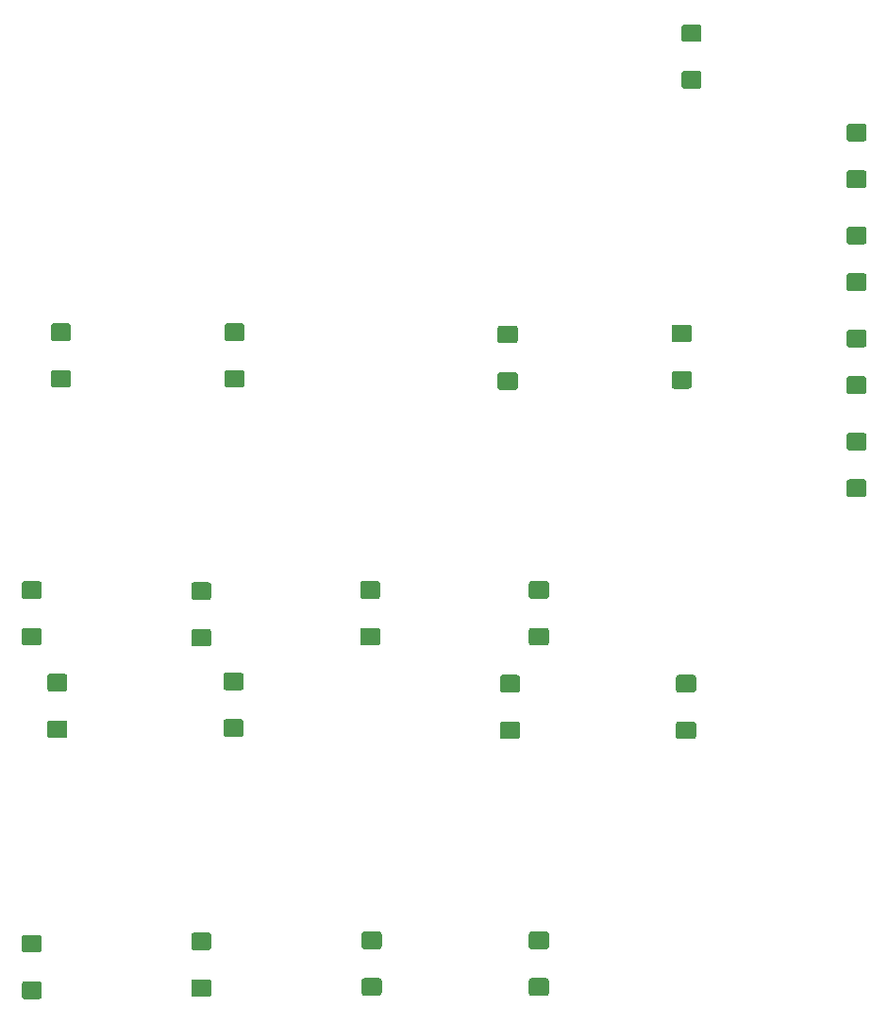
<source format=gbr>
%TF.GenerationSoftware,KiCad,Pcbnew,5.1.5+dfsg1-2build2*%
%TF.CreationDate,2020-08-29T23:52:12+02:00*%
%TF.ProjectId,sequencer-pcb,73657175-656e-4636-9572-2d7063622e6b,rev?*%
%TF.SameCoordinates,Original*%
%TF.FileFunction,Paste,Bot*%
%TF.FilePolarity,Positive*%
%FSLAX46Y46*%
G04 Gerber Fmt 4.6, Leading zero omitted, Abs format (unit mm)*
G04 Created by KiCad (PCBNEW 5.1.5+dfsg1-2build2) date 2020-08-29 23:52:12*
%MOMM*%
%LPD*%
G04 APERTURE LIST*
%ADD10C,0.100000*%
G04 APERTURE END LIST*
D10*
%TO.C,R15*%
G36*
X173474505Y-113501204D02*
G01*
X173498773Y-113504804D01*
X173522572Y-113510765D01*
X173545671Y-113519030D01*
X173567850Y-113529520D01*
X173588893Y-113542132D01*
X173608599Y-113556747D01*
X173626777Y-113573223D01*
X173643253Y-113591401D01*
X173657868Y-113611107D01*
X173670480Y-113632150D01*
X173680970Y-113654329D01*
X173689235Y-113677428D01*
X173695196Y-113701227D01*
X173698796Y-113725495D01*
X173700000Y-113749999D01*
X173700000Y-114825001D01*
X173698796Y-114849505D01*
X173695196Y-114873773D01*
X173689235Y-114897572D01*
X173680970Y-114920671D01*
X173670480Y-114942850D01*
X173657868Y-114963893D01*
X173643253Y-114983599D01*
X173626777Y-115001777D01*
X173608599Y-115018253D01*
X173588893Y-115032868D01*
X173567850Y-115045480D01*
X173545671Y-115055970D01*
X173522572Y-115064235D01*
X173498773Y-115070196D01*
X173474505Y-115073796D01*
X173450001Y-115075000D01*
X172149999Y-115075000D01*
X172125495Y-115073796D01*
X172101227Y-115070196D01*
X172077428Y-115064235D01*
X172054329Y-115055970D01*
X172032150Y-115045480D01*
X172011107Y-115032868D01*
X171991401Y-115018253D01*
X171973223Y-115001777D01*
X171956747Y-114983599D01*
X171942132Y-114963893D01*
X171929520Y-114942850D01*
X171919030Y-114920671D01*
X171910765Y-114897572D01*
X171904804Y-114873773D01*
X171901204Y-114849505D01*
X171900000Y-114825001D01*
X171900000Y-113749999D01*
X171901204Y-113725495D01*
X171904804Y-113701227D01*
X171910765Y-113677428D01*
X171919030Y-113654329D01*
X171929520Y-113632150D01*
X171942132Y-113611107D01*
X171956747Y-113591401D01*
X171973223Y-113573223D01*
X171991401Y-113556747D01*
X172011107Y-113542132D01*
X172032150Y-113529520D01*
X172054329Y-113519030D01*
X172077428Y-113510765D01*
X172101227Y-113504804D01*
X172125495Y-113501204D01*
X172149999Y-113500000D01*
X173450001Y-113500000D01*
X173474505Y-113501204D01*
G37*
G36*
X173474505Y-109326204D02*
G01*
X173498773Y-109329804D01*
X173522572Y-109335765D01*
X173545671Y-109344030D01*
X173567850Y-109354520D01*
X173588893Y-109367132D01*
X173608599Y-109381747D01*
X173626777Y-109398223D01*
X173643253Y-109416401D01*
X173657868Y-109436107D01*
X173670480Y-109457150D01*
X173680970Y-109479329D01*
X173689235Y-109502428D01*
X173695196Y-109526227D01*
X173698796Y-109550495D01*
X173700000Y-109574999D01*
X173700000Y-110650001D01*
X173698796Y-110674505D01*
X173695196Y-110698773D01*
X173689235Y-110722572D01*
X173680970Y-110745671D01*
X173670480Y-110767850D01*
X173657868Y-110788893D01*
X173643253Y-110808599D01*
X173626777Y-110826777D01*
X173608599Y-110843253D01*
X173588893Y-110857868D01*
X173567850Y-110870480D01*
X173545671Y-110880970D01*
X173522572Y-110889235D01*
X173498773Y-110895196D01*
X173474505Y-110898796D01*
X173450001Y-110900000D01*
X172149999Y-110900000D01*
X172125495Y-110898796D01*
X172101227Y-110895196D01*
X172077428Y-110889235D01*
X172054329Y-110880970D01*
X172032150Y-110870480D01*
X172011107Y-110857868D01*
X171991401Y-110843253D01*
X171973223Y-110826777D01*
X171956747Y-110808599D01*
X171942132Y-110788893D01*
X171929520Y-110767850D01*
X171919030Y-110745671D01*
X171910765Y-110722572D01*
X171904804Y-110698773D01*
X171901204Y-110674505D01*
X171900000Y-110650001D01*
X171900000Y-109574999D01*
X171901204Y-109550495D01*
X171904804Y-109526227D01*
X171910765Y-109502428D01*
X171919030Y-109479329D01*
X171929520Y-109457150D01*
X171942132Y-109436107D01*
X171956747Y-109416401D01*
X171973223Y-109398223D01*
X171991401Y-109381747D01*
X172011107Y-109367132D01*
X172032150Y-109354520D01*
X172054329Y-109344030D01*
X172077428Y-109335765D01*
X172101227Y-109329804D01*
X172125495Y-109326204D01*
X172149999Y-109325000D01*
X173450001Y-109325000D01*
X173474505Y-109326204D01*
G37*
%TD*%
%TO.C,R22*%
G36*
X188774505Y-82567870D02*
G01*
X188798773Y-82571470D01*
X188822572Y-82577431D01*
X188845671Y-82585696D01*
X188867850Y-82596186D01*
X188888893Y-82608798D01*
X188908599Y-82623413D01*
X188926777Y-82639889D01*
X188943253Y-82658067D01*
X188957868Y-82677773D01*
X188970480Y-82698816D01*
X188980970Y-82720995D01*
X188989235Y-82744094D01*
X188995196Y-82767893D01*
X188998796Y-82792161D01*
X189000000Y-82816665D01*
X189000000Y-83891667D01*
X188998796Y-83916171D01*
X188995196Y-83940439D01*
X188989235Y-83964238D01*
X188980970Y-83987337D01*
X188970480Y-84009516D01*
X188957868Y-84030559D01*
X188943253Y-84050265D01*
X188926777Y-84068443D01*
X188908599Y-84084919D01*
X188888893Y-84099534D01*
X188867850Y-84112146D01*
X188845671Y-84122636D01*
X188822572Y-84130901D01*
X188798773Y-84136862D01*
X188774505Y-84140462D01*
X188750001Y-84141666D01*
X187449999Y-84141666D01*
X187425495Y-84140462D01*
X187401227Y-84136862D01*
X187377428Y-84130901D01*
X187354329Y-84122636D01*
X187332150Y-84112146D01*
X187311107Y-84099534D01*
X187291401Y-84084919D01*
X187273223Y-84068443D01*
X187256747Y-84050265D01*
X187242132Y-84030559D01*
X187229520Y-84009516D01*
X187219030Y-83987337D01*
X187210765Y-83964238D01*
X187204804Y-83940439D01*
X187201204Y-83916171D01*
X187200000Y-83891667D01*
X187200000Y-82816665D01*
X187201204Y-82792161D01*
X187204804Y-82767893D01*
X187210765Y-82744094D01*
X187219030Y-82720995D01*
X187229520Y-82698816D01*
X187242132Y-82677773D01*
X187256747Y-82658067D01*
X187273223Y-82639889D01*
X187291401Y-82623413D01*
X187311107Y-82608798D01*
X187332150Y-82596186D01*
X187354329Y-82585696D01*
X187377428Y-82577431D01*
X187401227Y-82571470D01*
X187425495Y-82567870D01*
X187449999Y-82566666D01*
X188750001Y-82566666D01*
X188774505Y-82567870D01*
G37*
G36*
X188774505Y-78392870D02*
G01*
X188798773Y-78396470D01*
X188822572Y-78402431D01*
X188845671Y-78410696D01*
X188867850Y-78421186D01*
X188888893Y-78433798D01*
X188908599Y-78448413D01*
X188926777Y-78464889D01*
X188943253Y-78483067D01*
X188957868Y-78502773D01*
X188970480Y-78523816D01*
X188980970Y-78545995D01*
X188989235Y-78569094D01*
X188995196Y-78592893D01*
X188998796Y-78617161D01*
X189000000Y-78641665D01*
X189000000Y-79716667D01*
X188998796Y-79741171D01*
X188995196Y-79765439D01*
X188989235Y-79789238D01*
X188980970Y-79812337D01*
X188970480Y-79834516D01*
X188957868Y-79855559D01*
X188943253Y-79875265D01*
X188926777Y-79893443D01*
X188908599Y-79909919D01*
X188888893Y-79924534D01*
X188867850Y-79937146D01*
X188845671Y-79947636D01*
X188822572Y-79955901D01*
X188798773Y-79961862D01*
X188774505Y-79965462D01*
X188750001Y-79966666D01*
X187449999Y-79966666D01*
X187425495Y-79965462D01*
X187401227Y-79961862D01*
X187377428Y-79955901D01*
X187354329Y-79947636D01*
X187332150Y-79937146D01*
X187311107Y-79924534D01*
X187291401Y-79909919D01*
X187273223Y-79893443D01*
X187256747Y-79875265D01*
X187242132Y-79855559D01*
X187229520Y-79834516D01*
X187219030Y-79812337D01*
X187210765Y-79789238D01*
X187204804Y-79765439D01*
X187201204Y-79741171D01*
X187200000Y-79716667D01*
X187200000Y-78641665D01*
X187201204Y-78617161D01*
X187204804Y-78592893D01*
X187210765Y-78569094D01*
X187219030Y-78545995D01*
X187229520Y-78523816D01*
X187242132Y-78502773D01*
X187256747Y-78483067D01*
X187273223Y-78464889D01*
X187291401Y-78448413D01*
X187311107Y-78433798D01*
X187332150Y-78421186D01*
X187354329Y-78410696D01*
X187377428Y-78402431D01*
X187401227Y-78396470D01*
X187425495Y-78392870D01*
X187449999Y-78391666D01*
X188750001Y-78391666D01*
X188774505Y-78392870D01*
G37*
%TD*%
%TO.C,R21*%
G36*
X188774505Y-73334537D02*
G01*
X188798773Y-73338137D01*
X188822572Y-73344098D01*
X188845671Y-73352363D01*
X188867850Y-73362853D01*
X188888893Y-73375465D01*
X188908599Y-73390080D01*
X188926777Y-73406556D01*
X188943253Y-73424734D01*
X188957868Y-73444440D01*
X188970480Y-73465483D01*
X188980970Y-73487662D01*
X188989235Y-73510761D01*
X188995196Y-73534560D01*
X188998796Y-73558828D01*
X189000000Y-73583332D01*
X189000000Y-74658334D01*
X188998796Y-74682838D01*
X188995196Y-74707106D01*
X188989235Y-74730905D01*
X188980970Y-74754004D01*
X188970480Y-74776183D01*
X188957868Y-74797226D01*
X188943253Y-74816932D01*
X188926777Y-74835110D01*
X188908599Y-74851586D01*
X188888893Y-74866201D01*
X188867850Y-74878813D01*
X188845671Y-74889303D01*
X188822572Y-74897568D01*
X188798773Y-74903529D01*
X188774505Y-74907129D01*
X188750001Y-74908333D01*
X187449999Y-74908333D01*
X187425495Y-74907129D01*
X187401227Y-74903529D01*
X187377428Y-74897568D01*
X187354329Y-74889303D01*
X187332150Y-74878813D01*
X187311107Y-74866201D01*
X187291401Y-74851586D01*
X187273223Y-74835110D01*
X187256747Y-74816932D01*
X187242132Y-74797226D01*
X187229520Y-74776183D01*
X187219030Y-74754004D01*
X187210765Y-74730905D01*
X187204804Y-74707106D01*
X187201204Y-74682838D01*
X187200000Y-74658334D01*
X187200000Y-73583332D01*
X187201204Y-73558828D01*
X187204804Y-73534560D01*
X187210765Y-73510761D01*
X187219030Y-73487662D01*
X187229520Y-73465483D01*
X187242132Y-73444440D01*
X187256747Y-73424734D01*
X187273223Y-73406556D01*
X187291401Y-73390080D01*
X187311107Y-73375465D01*
X187332150Y-73362853D01*
X187354329Y-73352363D01*
X187377428Y-73344098D01*
X187401227Y-73338137D01*
X187425495Y-73334537D01*
X187449999Y-73333333D01*
X188750001Y-73333333D01*
X188774505Y-73334537D01*
G37*
G36*
X188774505Y-69159537D02*
G01*
X188798773Y-69163137D01*
X188822572Y-69169098D01*
X188845671Y-69177363D01*
X188867850Y-69187853D01*
X188888893Y-69200465D01*
X188908599Y-69215080D01*
X188926777Y-69231556D01*
X188943253Y-69249734D01*
X188957868Y-69269440D01*
X188970480Y-69290483D01*
X188980970Y-69312662D01*
X188989235Y-69335761D01*
X188995196Y-69359560D01*
X188998796Y-69383828D01*
X189000000Y-69408332D01*
X189000000Y-70483334D01*
X188998796Y-70507838D01*
X188995196Y-70532106D01*
X188989235Y-70555905D01*
X188980970Y-70579004D01*
X188970480Y-70601183D01*
X188957868Y-70622226D01*
X188943253Y-70641932D01*
X188926777Y-70660110D01*
X188908599Y-70676586D01*
X188888893Y-70691201D01*
X188867850Y-70703813D01*
X188845671Y-70714303D01*
X188822572Y-70722568D01*
X188798773Y-70728529D01*
X188774505Y-70732129D01*
X188750001Y-70733333D01*
X187449999Y-70733333D01*
X187425495Y-70732129D01*
X187401227Y-70728529D01*
X187377428Y-70722568D01*
X187354329Y-70714303D01*
X187332150Y-70703813D01*
X187311107Y-70691201D01*
X187291401Y-70676586D01*
X187273223Y-70660110D01*
X187256747Y-70641932D01*
X187242132Y-70622226D01*
X187229520Y-70601183D01*
X187219030Y-70579004D01*
X187210765Y-70555905D01*
X187204804Y-70532106D01*
X187201204Y-70507838D01*
X187200000Y-70483334D01*
X187200000Y-69408332D01*
X187201204Y-69383828D01*
X187204804Y-69359560D01*
X187210765Y-69335761D01*
X187219030Y-69312662D01*
X187229520Y-69290483D01*
X187242132Y-69269440D01*
X187256747Y-69249734D01*
X187273223Y-69231556D01*
X187291401Y-69215080D01*
X187311107Y-69200465D01*
X187332150Y-69187853D01*
X187354329Y-69177363D01*
X187377428Y-69169098D01*
X187401227Y-69163137D01*
X187425495Y-69159537D01*
X187449999Y-69158333D01*
X188750001Y-69158333D01*
X188774505Y-69159537D01*
G37*
%TD*%
%TO.C,R20*%
G36*
X173974505Y-55201204D02*
G01*
X173998773Y-55204804D01*
X174022572Y-55210765D01*
X174045671Y-55219030D01*
X174067850Y-55229520D01*
X174088893Y-55242132D01*
X174108599Y-55256747D01*
X174126777Y-55273223D01*
X174143253Y-55291401D01*
X174157868Y-55311107D01*
X174170480Y-55332150D01*
X174180970Y-55354329D01*
X174189235Y-55377428D01*
X174195196Y-55401227D01*
X174198796Y-55425495D01*
X174200000Y-55449999D01*
X174200000Y-56525001D01*
X174198796Y-56549505D01*
X174195196Y-56573773D01*
X174189235Y-56597572D01*
X174180970Y-56620671D01*
X174170480Y-56642850D01*
X174157868Y-56663893D01*
X174143253Y-56683599D01*
X174126777Y-56701777D01*
X174108599Y-56718253D01*
X174088893Y-56732868D01*
X174067850Y-56745480D01*
X174045671Y-56755970D01*
X174022572Y-56764235D01*
X173998773Y-56770196D01*
X173974505Y-56773796D01*
X173950001Y-56775000D01*
X172649999Y-56775000D01*
X172625495Y-56773796D01*
X172601227Y-56770196D01*
X172577428Y-56764235D01*
X172554329Y-56755970D01*
X172532150Y-56745480D01*
X172511107Y-56732868D01*
X172491401Y-56718253D01*
X172473223Y-56701777D01*
X172456747Y-56683599D01*
X172442132Y-56663893D01*
X172429520Y-56642850D01*
X172419030Y-56620671D01*
X172410765Y-56597572D01*
X172404804Y-56573773D01*
X172401204Y-56549505D01*
X172400000Y-56525001D01*
X172400000Y-55449999D01*
X172401204Y-55425495D01*
X172404804Y-55401227D01*
X172410765Y-55377428D01*
X172419030Y-55354329D01*
X172429520Y-55332150D01*
X172442132Y-55311107D01*
X172456747Y-55291401D01*
X172473223Y-55273223D01*
X172491401Y-55256747D01*
X172511107Y-55242132D01*
X172532150Y-55229520D01*
X172554329Y-55219030D01*
X172577428Y-55210765D01*
X172601227Y-55204804D01*
X172625495Y-55201204D01*
X172649999Y-55200000D01*
X173950001Y-55200000D01*
X173974505Y-55201204D01*
G37*
G36*
X173974505Y-51026204D02*
G01*
X173998773Y-51029804D01*
X174022572Y-51035765D01*
X174045671Y-51044030D01*
X174067850Y-51054520D01*
X174088893Y-51067132D01*
X174108599Y-51081747D01*
X174126777Y-51098223D01*
X174143253Y-51116401D01*
X174157868Y-51136107D01*
X174170480Y-51157150D01*
X174180970Y-51179329D01*
X174189235Y-51202428D01*
X174195196Y-51226227D01*
X174198796Y-51250495D01*
X174200000Y-51274999D01*
X174200000Y-52350001D01*
X174198796Y-52374505D01*
X174195196Y-52398773D01*
X174189235Y-52422572D01*
X174180970Y-52445671D01*
X174170480Y-52467850D01*
X174157868Y-52488893D01*
X174143253Y-52508599D01*
X174126777Y-52526777D01*
X174108599Y-52543253D01*
X174088893Y-52557868D01*
X174067850Y-52570480D01*
X174045671Y-52580970D01*
X174022572Y-52589235D01*
X173998773Y-52595196D01*
X173974505Y-52598796D01*
X173950001Y-52600000D01*
X172649999Y-52600000D01*
X172625495Y-52598796D01*
X172601227Y-52595196D01*
X172577428Y-52589235D01*
X172554329Y-52580970D01*
X172532150Y-52570480D01*
X172511107Y-52557868D01*
X172491401Y-52543253D01*
X172473223Y-52526777D01*
X172456747Y-52508599D01*
X172442132Y-52488893D01*
X172429520Y-52467850D01*
X172419030Y-52445671D01*
X172410765Y-52422572D01*
X172404804Y-52398773D01*
X172401204Y-52374505D01*
X172400000Y-52350001D01*
X172400000Y-51274999D01*
X172401204Y-51250495D01*
X172404804Y-51226227D01*
X172410765Y-51202428D01*
X172419030Y-51179329D01*
X172429520Y-51157150D01*
X172442132Y-51136107D01*
X172456747Y-51116401D01*
X172473223Y-51098223D01*
X172491401Y-51081747D01*
X172511107Y-51067132D01*
X172532150Y-51054520D01*
X172554329Y-51044030D01*
X172577428Y-51035765D01*
X172601227Y-51029804D01*
X172625495Y-51026204D01*
X172649999Y-51025000D01*
X173950001Y-51025000D01*
X173974505Y-51026204D01*
G37*
%TD*%
%TO.C,R19*%
G36*
X188774505Y-59926204D02*
G01*
X188798773Y-59929804D01*
X188822572Y-59935765D01*
X188845671Y-59944030D01*
X188867850Y-59954520D01*
X188888893Y-59967132D01*
X188908599Y-59981747D01*
X188926777Y-59998223D01*
X188943253Y-60016401D01*
X188957868Y-60036107D01*
X188970480Y-60057150D01*
X188980970Y-60079329D01*
X188989235Y-60102428D01*
X188995196Y-60126227D01*
X188998796Y-60150495D01*
X189000000Y-60174999D01*
X189000000Y-61250001D01*
X188998796Y-61274505D01*
X188995196Y-61298773D01*
X188989235Y-61322572D01*
X188980970Y-61345671D01*
X188970480Y-61367850D01*
X188957868Y-61388893D01*
X188943253Y-61408599D01*
X188926777Y-61426777D01*
X188908599Y-61443253D01*
X188888893Y-61457868D01*
X188867850Y-61470480D01*
X188845671Y-61480970D01*
X188822572Y-61489235D01*
X188798773Y-61495196D01*
X188774505Y-61498796D01*
X188750001Y-61500000D01*
X187449999Y-61500000D01*
X187425495Y-61498796D01*
X187401227Y-61495196D01*
X187377428Y-61489235D01*
X187354329Y-61480970D01*
X187332150Y-61470480D01*
X187311107Y-61457868D01*
X187291401Y-61443253D01*
X187273223Y-61426777D01*
X187256747Y-61408599D01*
X187242132Y-61388893D01*
X187229520Y-61367850D01*
X187219030Y-61345671D01*
X187210765Y-61322572D01*
X187204804Y-61298773D01*
X187201204Y-61274505D01*
X187200000Y-61250001D01*
X187200000Y-60174999D01*
X187201204Y-60150495D01*
X187204804Y-60126227D01*
X187210765Y-60102428D01*
X187219030Y-60079329D01*
X187229520Y-60057150D01*
X187242132Y-60036107D01*
X187256747Y-60016401D01*
X187273223Y-59998223D01*
X187291401Y-59981747D01*
X187311107Y-59967132D01*
X187332150Y-59954520D01*
X187354329Y-59944030D01*
X187377428Y-59935765D01*
X187401227Y-59929804D01*
X187425495Y-59926204D01*
X187449999Y-59925000D01*
X188750001Y-59925000D01*
X188774505Y-59926204D01*
G37*
G36*
X188774505Y-64101204D02*
G01*
X188798773Y-64104804D01*
X188822572Y-64110765D01*
X188845671Y-64119030D01*
X188867850Y-64129520D01*
X188888893Y-64142132D01*
X188908599Y-64156747D01*
X188926777Y-64173223D01*
X188943253Y-64191401D01*
X188957868Y-64211107D01*
X188970480Y-64232150D01*
X188980970Y-64254329D01*
X188989235Y-64277428D01*
X188995196Y-64301227D01*
X188998796Y-64325495D01*
X189000000Y-64349999D01*
X189000000Y-65425001D01*
X188998796Y-65449505D01*
X188995196Y-65473773D01*
X188989235Y-65497572D01*
X188980970Y-65520671D01*
X188970480Y-65542850D01*
X188957868Y-65563893D01*
X188943253Y-65583599D01*
X188926777Y-65601777D01*
X188908599Y-65618253D01*
X188888893Y-65632868D01*
X188867850Y-65645480D01*
X188845671Y-65655970D01*
X188822572Y-65664235D01*
X188798773Y-65670196D01*
X188774505Y-65673796D01*
X188750001Y-65675000D01*
X187449999Y-65675000D01*
X187425495Y-65673796D01*
X187401227Y-65670196D01*
X187377428Y-65664235D01*
X187354329Y-65655970D01*
X187332150Y-65645480D01*
X187311107Y-65632868D01*
X187291401Y-65618253D01*
X187273223Y-65601777D01*
X187256747Y-65583599D01*
X187242132Y-65563893D01*
X187229520Y-65542850D01*
X187219030Y-65520671D01*
X187210765Y-65497572D01*
X187204804Y-65473773D01*
X187201204Y-65449505D01*
X187200000Y-65425001D01*
X187200000Y-64349999D01*
X187201204Y-64325495D01*
X187204804Y-64301227D01*
X187210765Y-64277428D01*
X187219030Y-64254329D01*
X187229520Y-64232150D01*
X187242132Y-64211107D01*
X187256747Y-64191401D01*
X187273223Y-64173223D01*
X187291401Y-64156747D01*
X187311107Y-64142132D01*
X187332150Y-64129520D01*
X187354329Y-64119030D01*
X187377428Y-64110765D01*
X187401227Y-64104804D01*
X187425495Y-64101204D01*
X187449999Y-64100000D01*
X188750001Y-64100000D01*
X188774505Y-64101204D01*
G37*
%TD*%
%TO.C,R18*%
G36*
X188774505Y-91801204D02*
G01*
X188798773Y-91804804D01*
X188822572Y-91810765D01*
X188845671Y-91819030D01*
X188867850Y-91829520D01*
X188888893Y-91842132D01*
X188908599Y-91856747D01*
X188926777Y-91873223D01*
X188943253Y-91891401D01*
X188957868Y-91911107D01*
X188970480Y-91932150D01*
X188980970Y-91954329D01*
X188989235Y-91977428D01*
X188995196Y-92001227D01*
X188998796Y-92025495D01*
X189000000Y-92049999D01*
X189000000Y-93125001D01*
X188998796Y-93149505D01*
X188995196Y-93173773D01*
X188989235Y-93197572D01*
X188980970Y-93220671D01*
X188970480Y-93242850D01*
X188957868Y-93263893D01*
X188943253Y-93283599D01*
X188926777Y-93301777D01*
X188908599Y-93318253D01*
X188888893Y-93332868D01*
X188867850Y-93345480D01*
X188845671Y-93355970D01*
X188822572Y-93364235D01*
X188798773Y-93370196D01*
X188774505Y-93373796D01*
X188750001Y-93375000D01*
X187449999Y-93375000D01*
X187425495Y-93373796D01*
X187401227Y-93370196D01*
X187377428Y-93364235D01*
X187354329Y-93355970D01*
X187332150Y-93345480D01*
X187311107Y-93332868D01*
X187291401Y-93318253D01*
X187273223Y-93301777D01*
X187256747Y-93283599D01*
X187242132Y-93263893D01*
X187229520Y-93242850D01*
X187219030Y-93220671D01*
X187210765Y-93197572D01*
X187204804Y-93173773D01*
X187201204Y-93149505D01*
X187200000Y-93125001D01*
X187200000Y-92049999D01*
X187201204Y-92025495D01*
X187204804Y-92001227D01*
X187210765Y-91977428D01*
X187219030Y-91954329D01*
X187229520Y-91932150D01*
X187242132Y-91911107D01*
X187256747Y-91891401D01*
X187273223Y-91873223D01*
X187291401Y-91856747D01*
X187311107Y-91842132D01*
X187332150Y-91829520D01*
X187354329Y-91819030D01*
X187377428Y-91810765D01*
X187401227Y-91804804D01*
X187425495Y-91801204D01*
X187449999Y-91800000D01*
X188750001Y-91800000D01*
X188774505Y-91801204D01*
G37*
G36*
X188774505Y-87626204D02*
G01*
X188798773Y-87629804D01*
X188822572Y-87635765D01*
X188845671Y-87644030D01*
X188867850Y-87654520D01*
X188888893Y-87667132D01*
X188908599Y-87681747D01*
X188926777Y-87698223D01*
X188943253Y-87716401D01*
X188957868Y-87736107D01*
X188970480Y-87757150D01*
X188980970Y-87779329D01*
X188989235Y-87802428D01*
X188995196Y-87826227D01*
X188998796Y-87850495D01*
X189000000Y-87874999D01*
X189000000Y-88950001D01*
X188998796Y-88974505D01*
X188995196Y-88998773D01*
X188989235Y-89022572D01*
X188980970Y-89045671D01*
X188970480Y-89067850D01*
X188957868Y-89088893D01*
X188943253Y-89108599D01*
X188926777Y-89126777D01*
X188908599Y-89143253D01*
X188888893Y-89157868D01*
X188867850Y-89170480D01*
X188845671Y-89180970D01*
X188822572Y-89189235D01*
X188798773Y-89195196D01*
X188774505Y-89198796D01*
X188750001Y-89200000D01*
X187449999Y-89200000D01*
X187425495Y-89198796D01*
X187401227Y-89195196D01*
X187377428Y-89189235D01*
X187354329Y-89180970D01*
X187332150Y-89170480D01*
X187311107Y-89157868D01*
X187291401Y-89143253D01*
X187273223Y-89126777D01*
X187256747Y-89108599D01*
X187242132Y-89088893D01*
X187229520Y-89067850D01*
X187219030Y-89045671D01*
X187210765Y-89022572D01*
X187204804Y-88998773D01*
X187201204Y-88974505D01*
X187200000Y-88950001D01*
X187200000Y-87874999D01*
X187201204Y-87850495D01*
X187204804Y-87826227D01*
X187210765Y-87802428D01*
X187219030Y-87779329D01*
X187229520Y-87757150D01*
X187242132Y-87736107D01*
X187256747Y-87716401D01*
X187273223Y-87698223D01*
X187291401Y-87681747D01*
X187311107Y-87667132D01*
X187332150Y-87654520D01*
X187354329Y-87644030D01*
X187377428Y-87635765D01*
X187401227Y-87629804D01*
X187425495Y-87626204D01*
X187449999Y-87625000D01*
X188750001Y-87625000D01*
X188774505Y-87626204D01*
G37*
%TD*%
%TO.C,R17*%
G36*
X160274505Y-132326204D02*
G01*
X160298773Y-132329804D01*
X160322572Y-132335765D01*
X160345671Y-132344030D01*
X160367850Y-132354520D01*
X160388893Y-132367132D01*
X160408599Y-132381747D01*
X160426777Y-132398223D01*
X160443253Y-132416401D01*
X160457868Y-132436107D01*
X160470480Y-132457150D01*
X160480970Y-132479329D01*
X160489235Y-132502428D01*
X160495196Y-132526227D01*
X160498796Y-132550495D01*
X160500000Y-132574999D01*
X160500000Y-133650001D01*
X160498796Y-133674505D01*
X160495196Y-133698773D01*
X160489235Y-133722572D01*
X160480970Y-133745671D01*
X160470480Y-133767850D01*
X160457868Y-133788893D01*
X160443253Y-133808599D01*
X160426777Y-133826777D01*
X160408599Y-133843253D01*
X160388893Y-133857868D01*
X160367850Y-133870480D01*
X160345671Y-133880970D01*
X160322572Y-133889235D01*
X160298773Y-133895196D01*
X160274505Y-133898796D01*
X160250001Y-133900000D01*
X158949999Y-133900000D01*
X158925495Y-133898796D01*
X158901227Y-133895196D01*
X158877428Y-133889235D01*
X158854329Y-133880970D01*
X158832150Y-133870480D01*
X158811107Y-133857868D01*
X158791401Y-133843253D01*
X158773223Y-133826777D01*
X158756747Y-133808599D01*
X158742132Y-133788893D01*
X158729520Y-133767850D01*
X158719030Y-133745671D01*
X158710765Y-133722572D01*
X158704804Y-133698773D01*
X158701204Y-133674505D01*
X158700000Y-133650001D01*
X158700000Y-132574999D01*
X158701204Y-132550495D01*
X158704804Y-132526227D01*
X158710765Y-132502428D01*
X158719030Y-132479329D01*
X158729520Y-132457150D01*
X158742132Y-132436107D01*
X158756747Y-132416401D01*
X158773223Y-132398223D01*
X158791401Y-132381747D01*
X158811107Y-132367132D01*
X158832150Y-132354520D01*
X158854329Y-132344030D01*
X158877428Y-132335765D01*
X158901227Y-132329804D01*
X158925495Y-132326204D01*
X158949999Y-132325000D01*
X160250001Y-132325000D01*
X160274505Y-132326204D01*
G37*
G36*
X160274505Y-136501204D02*
G01*
X160298773Y-136504804D01*
X160322572Y-136510765D01*
X160345671Y-136519030D01*
X160367850Y-136529520D01*
X160388893Y-136542132D01*
X160408599Y-136556747D01*
X160426777Y-136573223D01*
X160443253Y-136591401D01*
X160457868Y-136611107D01*
X160470480Y-136632150D01*
X160480970Y-136654329D01*
X160489235Y-136677428D01*
X160495196Y-136701227D01*
X160498796Y-136725495D01*
X160500000Y-136749999D01*
X160500000Y-137825001D01*
X160498796Y-137849505D01*
X160495196Y-137873773D01*
X160489235Y-137897572D01*
X160480970Y-137920671D01*
X160470480Y-137942850D01*
X160457868Y-137963893D01*
X160443253Y-137983599D01*
X160426777Y-138001777D01*
X160408599Y-138018253D01*
X160388893Y-138032868D01*
X160367850Y-138045480D01*
X160345671Y-138055970D01*
X160322572Y-138064235D01*
X160298773Y-138070196D01*
X160274505Y-138073796D01*
X160250001Y-138075000D01*
X158949999Y-138075000D01*
X158925495Y-138073796D01*
X158901227Y-138070196D01*
X158877428Y-138064235D01*
X158854329Y-138055970D01*
X158832150Y-138045480D01*
X158811107Y-138032868D01*
X158791401Y-138018253D01*
X158773223Y-138001777D01*
X158756747Y-137983599D01*
X158742132Y-137963893D01*
X158729520Y-137942850D01*
X158719030Y-137920671D01*
X158710765Y-137897572D01*
X158704804Y-137873773D01*
X158701204Y-137849505D01*
X158700000Y-137825001D01*
X158700000Y-136749999D01*
X158701204Y-136725495D01*
X158704804Y-136701227D01*
X158710765Y-136677428D01*
X158719030Y-136654329D01*
X158729520Y-136632150D01*
X158742132Y-136611107D01*
X158756747Y-136591401D01*
X158773223Y-136573223D01*
X158791401Y-136556747D01*
X158811107Y-136542132D01*
X158832150Y-136529520D01*
X158854329Y-136519030D01*
X158877428Y-136510765D01*
X158901227Y-136504804D01*
X158925495Y-136501204D01*
X158949999Y-136500000D01*
X160250001Y-136500000D01*
X160274505Y-136501204D01*
G37*
%TD*%
%TO.C,R16*%
G36*
X145274505Y-136501204D02*
G01*
X145298773Y-136504804D01*
X145322572Y-136510765D01*
X145345671Y-136519030D01*
X145367850Y-136529520D01*
X145388893Y-136542132D01*
X145408599Y-136556747D01*
X145426777Y-136573223D01*
X145443253Y-136591401D01*
X145457868Y-136611107D01*
X145470480Y-136632150D01*
X145480970Y-136654329D01*
X145489235Y-136677428D01*
X145495196Y-136701227D01*
X145498796Y-136725495D01*
X145500000Y-136749999D01*
X145500000Y-137825001D01*
X145498796Y-137849505D01*
X145495196Y-137873773D01*
X145489235Y-137897572D01*
X145480970Y-137920671D01*
X145470480Y-137942850D01*
X145457868Y-137963893D01*
X145443253Y-137983599D01*
X145426777Y-138001777D01*
X145408599Y-138018253D01*
X145388893Y-138032868D01*
X145367850Y-138045480D01*
X145345671Y-138055970D01*
X145322572Y-138064235D01*
X145298773Y-138070196D01*
X145274505Y-138073796D01*
X145250001Y-138075000D01*
X143949999Y-138075000D01*
X143925495Y-138073796D01*
X143901227Y-138070196D01*
X143877428Y-138064235D01*
X143854329Y-138055970D01*
X143832150Y-138045480D01*
X143811107Y-138032868D01*
X143791401Y-138018253D01*
X143773223Y-138001777D01*
X143756747Y-137983599D01*
X143742132Y-137963893D01*
X143729520Y-137942850D01*
X143719030Y-137920671D01*
X143710765Y-137897572D01*
X143704804Y-137873773D01*
X143701204Y-137849505D01*
X143700000Y-137825001D01*
X143700000Y-136749999D01*
X143701204Y-136725495D01*
X143704804Y-136701227D01*
X143710765Y-136677428D01*
X143719030Y-136654329D01*
X143729520Y-136632150D01*
X143742132Y-136611107D01*
X143756747Y-136591401D01*
X143773223Y-136573223D01*
X143791401Y-136556747D01*
X143811107Y-136542132D01*
X143832150Y-136529520D01*
X143854329Y-136519030D01*
X143877428Y-136510765D01*
X143901227Y-136504804D01*
X143925495Y-136501204D01*
X143949999Y-136500000D01*
X145250001Y-136500000D01*
X145274505Y-136501204D01*
G37*
G36*
X145274505Y-132326204D02*
G01*
X145298773Y-132329804D01*
X145322572Y-132335765D01*
X145345671Y-132344030D01*
X145367850Y-132354520D01*
X145388893Y-132367132D01*
X145408599Y-132381747D01*
X145426777Y-132398223D01*
X145443253Y-132416401D01*
X145457868Y-132436107D01*
X145470480Y-132457150D01*
X145480970Y-132479329D01*
X145489235Y-132502428D01*
X145495196Y-132526227D01*
X145498796Y-132550495D01*
X145500000Y-132574999D01*
X145500000Y-133650001D01*
X145498796Y-133674505D01*
X145495196Y-133698773D01*
X145489235Y-133722572D01*
X145480970Y-133745671D01*
X145470480Y-133767850D01*
X145457868Y-133788893D01*
X145443253Y-133808599D01*
X145426777Y-133826777D01*
X145408599Y-133843253D01*
X145388893Y-133857868D01*
X145367850Y-133870480D01*
X145345671Y-133880970D01*
X145322572Y-133889235D01*
X145298773Y-133895196D01*
X145274505Y-133898796D01*
X145250001Y-133900000D01*
X143949999Y-133900000D01*
X143925495Y-133898796D01*
X143901227Y-133895196D01*
X143877428Y-133889235D01*
X143854329Y-133880970D01*
X143832150Y-133870480D01*
X143811107Y-133857868D01*
X143791401Y-133843253D01*
X143773223Y-133826777D01*
X143756747Y-133808599D01*
X143742132Y-133788893D01*
X143729520Y-133767850D01*
X143719030Y-133745671D01*
X143710765Y-133722572D01*
X143704804Y-133698773D01*
X143701204Y-133674505D01*
X143700000Y-133650001D01*
X143700000Y-132574999D01*
X143701204Y-132550495D01*
X143704804Y-132526227D01*
X143710765Y-132502428D01*
X143719030Y-132479329D01*
X143729520Y-132457150D01*
X143742132Y-132436107D01*
X143756747Y-132416401D01*
X143773223Y-132398223D01*
X143791401Y-132381747D01*
X143811107Y-132367132D01*
X143832150Y-132354520D01*
X143854329Y-132344030D01*
X143877428Y-132335765D01*
X143901227Y-132329804D01*
X143925495Y-132326204D01*
X143949999Y-132325000D01*
X145250001Y-132325000D01*
X145274505Y-132326204D01*
G37*
%TD*%
%TO.C,R14*%
G36*
X157674505Y-109326204D02*
G01*
X157698773Y-109329804D01*
X157722572Y-109335765D01*
X157745671Y-109344030D01*
X157767850Y-109354520D01*
X157788893Y-109367132D01*
X157808599Y-109381747D01*
X157826777Y-109398223D01*
X157843253Y-109416401D01*
X157857868Y-109436107D01*
X157870480Y-109457150D01*
X157880970Y-109479329D01*
X157889235Y-109502428D01*
X157895196Y-109526227D01*
X157898796Y-109550495D01*
X157900000Y-109574999D01*
X157900000Y-110650001D01*
X157898796Y-110674505D01*
X157895196Y-110698773D01*
X157889235Y-110722572D01*
X157880970Y-110745671D01*
X157870480Y-110767850D01*
X157857868Y-110788893D01*
X157843253Y-110808599D01*
X157826777Y-110826777D01*
X157808599Y-110843253D01*
X157788893Y-110857868D01*
X157767850Y-110870480D01*
X157745671Y-110880970D01*
X157722572Y-110889235D01*
X157698773Y-110895196D01*
X157674505Y-110898796D01*
X157650001Y-110900000D01*
X156349999Y-110900000D01*
X156325495Y-110898796D01*
X156301227Y-110895196D01*
X156277428Y-110889235D01*
X156254329Y-110880970D01*
X156232150Y-110870480D01*
X156211107Y-110857868D01*
X156191401Y-110843253D01*
X156173223Y-110826777D01*
X156156747Y-110808599D01*
X156142132Y-110788893D01*
X156129520Y-110767850D01*
X156119030Y-110745671D01*
X156110765Y-110722572D01*
X156104804Y-110698773D01*
X156101204Y-110674505D01*
X156100000Y-110650001D01*
X156100000Y-109574999D01*
X156101204Y-109550495D01*
X156104804Y-109526227D01*
X156110765Y-109502428D01*
X156119030Y-109479329D01*
X156129520Y-109457150D01*
X156142132Y-109436107D01*
X156156747Y-109416401D01*
X156173223Y-109398223D01*
X156191401Y-109381747D01*
X156211107Y-109367132D01*
X156232150Y-109354520D01*
X156254329Y-109344030D01*
X156277428Y-109335765D01*
X156301227Y-109329804D01*
X156325495Y-109326204D01*
X156349999Y-109325000D01*
X157650001Y-109325000D01*
X157674505Y-109326204D01*
G37*
G36*
X157674505Y-113501204D02*
G01*
X157698773Y-113504804D01*
X157722572Y-113510765D01*
X157745671Y-113519030D01*
X157767850Y-113529520D01*
X157788893Y-113542132D01*
X157808599Y-113556747D01*
X157826777Y-113573223D01*
X157843253Y-113591401D01*
X157857868Y-113611107D01*
X157870480Y-113632150D01*
X157880970Y-113654329D01*
X157889235Y-113677428D01*
X157895196Y-113701227D01*
X157898796Y-113725495D01*
X157900000Y-113749999D01*
X157900000Y-114825001D01*
X157898796Y-114849505D01*
X157895196Y-114873773D01*
X157889235Y-114897572D01*
X157880970Y-114920671D01*
X157870480Y-114942850D01*
X157857868Y-114963893D01*
X157843253Y-114983599D01*
X157826777Y-115001777D01*
X157808599Y-115018253D01*
X157788893Y-115032868D01*
X157767850Y-115045480D01*
X157745671Y-115055970D01*
X157722572Y-115064235D01*
X157698773Y-115070196D01*
X157674505Y-115073796D01*
X157650001Y-115075000D01*
X156349999Y-115075000D01*
X156325495Y-115073796D01*
X156301227Y-115070196D01*
X156277428Y-115064235D01*
X156254329Y-115055970D01*
X156232150Y-115045480D01*
X156211107Y-115032868D01*
X156191401Y-115018253D01*
X156173223Y-115001777D01*
X156156747Y-114983599D01*
X156142132Y-114963893D01*
X156129520Y-114942850D01*
X156119030Y-114920671D01*
X156110765Y-114897572D01*
X156104804Y-114873773D01*
X156101204Y-114849505D01*
X156100000Y-114825001D01*
X156100000Y-113749999D01*
X156101204Y-113725495D01*
X156104804Y-113701227D01*
X156110765Y-113677428D01*
X156119030Y-113654329D01*
X156129520Y-113632150D01*
X156142132Y-113611107D01*
X156156747Y-113591401D01*
X156173223Y-113573223D01*
X156191401Y-113556747D01*
X156211107Y-113542132D01*
X156232150Y-113529520D01*
X156254329Y-113519030D01*
X156277428Y-113510765D01*
X156301227Y-113504804D01*
X156325495Y-113501204D01*
X156349999Y-113500000D01*
X157650001Y-113500000D01*
X157674505Y-113501204D01*
G37*
%TD*%
%TO.C,R13*%
G36*
X129974505Y-136601204D02*
G01*
X129998773Y-136604804D01*
X130022572Y-136610765D01*
X130045671Y-136619030D01*
X130067850Y-136629520D01*
X130088893Y-136642132D01*
X130108599Y-136656747D01*
X130126777Y-136673223D01*
X130143253Y-136691401D01*
X130157868Y-136711107D01*
X130170480Y-136732150D01*
X130180970Y-136754329D01*
X130189235Y-136777428D01*
X130195196Y-136801227D01*
X130198796Y-136825495D01*
X130200000Y-136849999D01*
X130200000Y-137925001D01*
X130198796Y-137949505D01*
X130195196Y-137973773D01*
X130189235Y-137997572D01*
X130180970Y-138020671D01*
X130170480Y-138042850D01*
X130157868Y-138063893D01*
X130143253Y-138083599D01*
X130126777Y-138101777D01*
X130108599Y-138118253D01*
X130088893Y-138132868D01*
X130067850Y-138145480D01*
X130045671Y-138155970D01*
X130022572Y-138164235D01*
X129998773Y-138170196D01*
X129974505Y-138173796D01*
X129950001Y-138175000D01*
X128649999Y-138175000D01*
X128625495Y-138173796D01*
X128601227Y-138170196D01*
X128577428Y-138164235D01*
X128554329Y-138155970D01*
X128532150Y-138145480D01*
X128511107Y-138132868D01*
X128491401Y-138118253D01*
X128473223Y-138101777D01*
X128456747Y-138083599D01*
X128442132Y-138063893D01*
X128429520Y-138042850D01*
X128419030Y-138020671D01*
X128410765Y-137997572D01*
X128404804Y-137973773D01*
X128401204Y-137949505D01*
X128400000Y-137925001D01*
X128400000Y-136849999D01*
X128401204Y-136825495D01*
X128404804Y-136801227D01*
X128410765Y-136777428D01*
X128419030Y-136754329D01*
X128429520Y-136732150D01*
X128442132Y-136711107D01*
X128456747Y-136691401D01*
X128473223Y-136673223D01*
X128491401Y-136656747D01*
X128511107Y-136642132D01*
X128532150Y-136629520D01*
X128554329Y-136619030D01*
X128577428Y-136610765D01*
X128601227Y-136604804D01*
X128625495Y-136601204D01*
X128649999Y-136600000D01*
X129950001Y-136600000D01*
X129974505Y-136601204D01*
G37*
G36*
X129974505Y-132426204D02*
G01*
X129998773Y-132429804D01*
X130022572Y-132435765D01*
X130045671Y-132444030D01*
X130067850Y-132454520D01*
X130088893Y-132467132D01*
X130108599Y-132481747D01*
X130126777Y-132498223D01*
X130143253Y-132516401D01*
X130157868Y-132536107D01*
X130170480Y-132557150D01*
X130180970Y-132579329D01*
X130189235Y-132602428D01*
X130195196Y-132626227D01*
X130198796Y-132650495D01*
X130200000Y-132674999D01*
X130200000Y-133750001D01*
X130198796Y-133774505D01*
X130195196Y-133798773D01*
X130189235Y-133822572D01*
X130180970Y-133845671D01*
X130170480Y-133867850D01*
X130157868Y-133888893D01*
X130143253Y-133908599D01*
X130126777Y-133926777D01*
X130108599Y-133943253D01*
X130088893Y-133957868D01*
X130067850Y-133970480D01*
X130045671Y-133980970D01*
X130022572Y-133989235D01*
X129998773Y-133995196D01*
X129974505Y-133998796D01*
X129950001Y-134000000D01*
X128649999Y-134000000D01*
X128625495Y-133998796D01*
X128601227Y-133995196D01*
X128577428Y-133989235D01*
X128554329Y-133980970D01*
X128532150Y-133970480D01*
X128511107Y-133957868D01*
X128491401Y-133943253D01*
X128473223Y-133926777D01*
X128456747Y-133908599D01*
X128442132Y-133888893D01*
X128429520Y-133867850D01*
X128419030Y-133845671D01*
X128410765Y-133822572D01*
X128404804Y-133798773D01*
X128401204Y-133774505D01*
X128400000Y-133750001D01*
X128400000Y-132674999D01*
X128401204Y-132650495D01*
X128404804Y-132626227D01*
X128410765Y-132602428D01*
X128419030Y-132579329D01*
X128429520Y-132557150D01*
X128442132Y-132536107D01*
X128456747Y-132516401D01*
X128473223Y-132498223D01*
X128491401Y-132481747D01*
X128511107Y-132467132D01*
X128532150Y-132454520D01*
X128554329Y-132444030D01*
X128577428Y-132435765D01*
X128601227Y-132429804D01*
X128625495Y-132426204D01*
X128649999Y-132425000D01*
X129950001Y-132425000D01*
X129974505Y-132426204D01*
G37*
%TD*%
%TO.C,R12*%
G36*
X114774505Y-136801204D02*
G01*
X114798773Y-136804804D01*
X114822572Y-136810765D01*
X114845671Y-136819030D01*
X114867850Y-136829520D01*
X114888893Y-136842132D01*
X114908599Y-136856747D01*
X114926777Y-136873223D01*
X114943253Y-136891401D01*
X114957868Y-136911107D01*
X114970480Y-136932150D01*
X114980970Y-136954329D01*
X114989235Y-136977428D01*
X114995196Y-137001227D01*
X114998796Y-137025495D01*
X115000000Y-137049999D01*
X115000000Y-138125001D01*
X114998796Y-138149505D01*
X114995196Y-138173773D01*
X114989235Y-138197572D01*
X114980970Y-138220671D01*
X114970480Y-138242850D01*
X114957868Y-138263893D01*
X114943253Y-138283599D01*
X114926777Y-138301777D01*
X114908599Y-138318253D01*
X114888893Y-138332868D01*
X114867850Y-138345480D01*
X114845671Y-138355970D01*
X114822572Y-138364235D01*
X114798773Y-138370196D01*
X114774505Y-138373796D01*
X114750001Y-138375000D01*
X113449999Y-138375000D01*
X113425495Y-138373796D01*
X113401227Y-138370196D01*
X113377428Y-138364235D01*
X113354329Y-138355970D01*
X113332150Y-138345480D01*
X113311107Y-138332868D01*
X113291401Y-138318253D01*
X113273223Y-138301777D01*
X113256747Y-138283599D01*
X113242132Y-138263893D01*
X113229520Y-138242850D01*
X113219030Y-138220671D01*
X113210765Y-138197572D01*
X113204804Y-138173773D01*
X113201204Y-138149505D01*
X113200000Y-138125001D01*
X113200000Y-137049999D01*
X113201204Y-137025495D01*
X113204804Y-137001227D01*
X113210765Y-136977428D01*
X113219030Y-136954329D01*
X113229520Y-136932150D01*
X113242132Y-136911107D01*
X113256747Y-136891401D01*
X113273223Y-136873223D01*
X113291401Y-136856747D01*
X113311107Y-136842132D01*
X113332150Y-136829520D01*
X113354329Y-136819030D01*
X113377428Y-136810765D01*
X113401227Y-136804804D01*
X113425495Y-136801204D01*
X113449999Y-136800000D01*
X114750001Y-136800000D01*
X114774505Y-136801204D01*
G37*
G36*
X114774505Y-132626204D02*
G01*
X114798773Y-132629804D01*
X114822572Y-132635765D01*
X114845671Y-132644030D01*
X114867850Y-132654520D01*
X114888893Y-132667132D01*
X114908599Y-132681747D01*
X114926777Y-132698223D01*
X114943253Y-132716401D01*
X114957868Y-132736107D01*
X114970480Y-132757150D01*
X114980970Y-132779329D01*
X114989235Y-132802428D01*
X114995196Y-132826227D01*
X114998796Y-132850495D01*
X115000000Y-132874999D01*
X115000000Y-133950001D01*
X114998796Y-133974505D01*
X114995196Y-133998773D01*
X114989235Y-134022572D01*
X114980970Y-134045671D01*
X114970480Y-134067850D01*
X114957868Y-134088893D01*
X114943253Y-134108599D01*
X114926777Y-134126777D01*
X114908599Y-134143253D01*
X114888893Y-134157868D01*
X114867850Y-134170480D01*
X114845671Y-134180970D01*
X114822572Y-134189235D01*
X114798773Y-134195196D01*
X114774505Y-134198796D01*
X114750001Y-134200000D01*
X113449999Y-134200000D01*
X113425495Y-134198796D01*
X113401227Y-134195196D01*
X113377428Y-134189235D01*
X113354329Y-134180970D01*
X113332150Y-134170480D01*
X113311107Y-134157868D01*
X113291401Y-134143253D01*
X113273223Y-134126777D01*
X113256747Y-134108599D01*
X113242132Y-134088893D01*
X113229520Y-134067850D01*
X113219030Y-134045671D01*
X113210765Y-134022572D01*
X113204804Y-133998773D01*
X113201204Y-133974505D01*
X113200000Y-133950001D01*
X113200000Y-132874999D01*
X113201204Y-132850495D01*
X113204804Y-132826227D01*
X113210765Y-132802428D01*
X113219030Y-132779329D01*
X113229520Y-132757150D01*
X113242132Y-132736107D01*
X113256747Y-132716401D01*
X113273223Y-132698223D01*
X113291401Y-132681747D01*
X113311107Y-132667132D01*
X113332150Y-132654520D01*
X113354329Y-132644030D01*
X113377428Y-132635765D01*
X113401227Y-132629804D01*
X113425495Y-132626204D01*
X113449999Y-132625000D01*
X114750001Y-132625000D01*
X114774505Y-132626204D01*
G37*
%TD*%
%TO.C,R11*%
G36*
X132874505Y-113301204D02*
G01*
X132898773Y-113304804D01*
X132922572Y-113310765D01*
X132945671Y-113319030D01*
X132967850Y-113329520D01*
X132988893Y-113342132D01*
X133008599Y-113356747D01*
X133026777Y-113373223D01*
X133043253Y-113391401D01*
X133057868Y-113411107D01*
X133070480Y-113432150D01*
X133080970Y-113454329D01*
X133089235Y-113477428D01*
X133095196Y-113501227D01*
X133098796Y-113525495D01*
X133100000Y-113549999D01*
X133100000Y-114625001D01*
X133098796Y-114649505D01*
X133095196Y-114673773D01*
X133089235Y-114697572D01*
X133080970Y-114720671D01*
X133070480Y-114742850D01*
X133057868Y-114763893D01*
X133043253Y-114783599D01*
X133026777Y-114801777D01*
X133008599Y-114818253D01*
X132988893Y-114832868D01*
X132967850Y-114845480D01*
X132945671Y-114855970D01*
X132922572Y-114864235D01*
X132898773Y-114870196D01*
X132874505Y-114873796D01*
X132850001Y-114875000D01*
X131549999Y-114875000D01*
X131525495Y-114873796D01*
X131501227Y-114870196D01*
X131477428Y-114864235D01*
X131454329Y-114855970D01*
X131432150Y-114845480D01*
X131411107Y-114832868D01*
X131391401Y-114818253D01*
X131373223Y-114801777D01*
X131356747Y-114783599D01*
X131342132Y-114763893D01*
X131329520Y-114742850D01*
X131319030Y-114720671D01*
X131310765Y-114697572D01*
X131304804Y-114673773D01*
X131301204Y-114649505D01*
X131300000Y-114625001D01*
X131300000Y-113549999D01*
X131301204Y-113525495D01*
X131304804Y-113501227D01*
X131310765Y-113477428D01*
X131319030Y-113454329D01*
X131329520Y-113432150D01*
X131342132Y-113411107D01*
X131356747Y-113391401D01*
X131373223Y-113373223D01*
X131391401Y-113356747D01*
X131411107Y-113342132D01*
X131432150Y-113329520D01*
X131454329Y-113319030D01*
X131477428Y-113310765D01*
X131501227Y-113304804D01*
X131525495Y-113301204D01*
X131549999Y-113300000D01*
X132850001Y-113300000D01*
X132874505Y-113301204D01*
G37*
G36*
X132874505Y-109126204D02*
G01*
X132898773Y-109129804D01*
X132922572Y-109135765D01*
X132945671Y-109144030D01*
X132967850Y-109154520D01*
X132988893Y-109167132D01*
X133008599Y-109181747D01*
X133026777Y-109198223D01*
X133043253Y-109216401D01*
X133057868Y-109236107D01*
X133070480Y-109257150D01*
X133080970Y-109279329D01*
X133089235Y-109302428D01*
X133095196Y-109326227D01*
X133098796Y-109350495D01*
X133100000Y-109374999D01*
X133100000Y-110450001D01*
X133098796Y-110474505D01*
X133095196Y-110498773D01*
X133089235Y-110522572D01*
X133080970Y-110545671D01*
X133070480Y-110567850D01*
X133057868Y-110588893D01*
X133043253Y-110608599D01*
X133026777Y-110626777D01*
X133008599Y-110643253D01*
X132988893Y-110657868D01*
X132967850Y-110670480D01*
X132945671Y-110680970D01*
X132922572Y-110689235D01*
X132898773Y-110695196D01*
X132874505Y-110698796D01*
X132850001Y-110700000D01*
X131549999Y-110700000D01*
X131525495Y-110698796D01*
X131501227Y-110695196D01*
X131477428Y-110689235D01*
X131454329Y-110680970D01*
X131432150Y-110670480D01*
X131411107Y-110657868D01*
X131391401Y-110643253D01*
X131373223Y-110626777D01*
X131356747Y-110608599D01*
X131342132Y-110588893D01*
X131329520Y-110567850D01*
X131319030Y-110545671D01*
X131310765Y-110522572D01*
X131304804Y-110498773D01*
X131301204Y-110474505D01*
X131300000Y-110450001D01*
X131300000Y-109374999D01*
X131301204Y-109350495D01*
X131304804Y-109326227D01*
X131310765Y-109302428D01*
X131319030Y-109279329D01*
X131329520Y-109257150D01*
X131342132Y-109236107D01*
X131356747Y-109216401D01*
X131373223Y-109198223D01*
X131391401Y-109181747D01*
X131411107Y-109167132D01*
X131432150Y-109154520D01*
X131454329Y-109144030D01*
X131477428Y-109135765D01*
X131501227Y-109129804D01*
X131525495Y-109126204D01*
X131549999Y-109125000D01*
X132850001Y-109125000D01*
X132874505Y-109126204D01*
G37*
%TD*%
%TO.C,R10*%
G36*
X117074505Y-109226204D02*
G01*
X117098773Y-109229804D01*
X117122572Y-109235765D01*
X117145671Y-109244030D01*
X117167850Y-109254520D01*
X117188893Y-109267132D01*
X117208599Y-109281747D01*
X117226777Y-109298223D01*
X117243253Y-109316401D01*
X117257868Y-109336107D01*
X117270480Y-109357150D01*
X117280970Y-109379329D01*
X117289235Y-109402428D01*
X117295196Y-109426227D01*
X117298796Y-109450495D01*
X117300000Y-109474999D01*
X117300000Y-110550001D01*
X117298796Y-110574505D01*
X117295196Y-110598773D01*
X117289235Y-110622572D01*
X117280970Y-110645671D01*
X117270480Y-110667850D01*
X117257868Y-110688893D01*
X117243253Y-110708599D01*
X117226777Y-110726777D01*
X117208599Y-110743253D01*
X117188893Y-110757868D01*
X117167850Y-110770480D01*
X117145671Y-110780970D01*
X117122572Y-110789235D01*
X117098773Y-110795196D01*
X117074505Y-110798796D01*
X117050001Y-110800000D01*
X115749999Y-110800000D01*
X115725495Y-110798796D01*
X115701227Y-110795196D01*
X115677428Y-110789235D01*
X115654329Y-110780970D01*
X115632150Y-110770480D01*
X115611107Y-110757868D01*
X115591401Y-110743253D01*
X115573223Y-110726777D01*
X115556747Y-110708599D01*
X115542132Y-110688893D01*
X115529520Y-110667850D01*
X115519030Y-110645671D01*
X115510765Y-110622572D01*
X115504804Y-110598773D01*
X115501204Y-110574505D01*
X115500000Y-110550001D01*
X115500000Y-109474999D01*
X115501204Y-109450495D01*
X115504804Y-109426227D01*
X115510765Y-109402428D01*
X115519030Y-109379329D01*
X115529520Y-109357150D01*
X115542132Y-109336107D01*
X115556747Y-109316401D01*
X115573223Y-109298223D01*
X115591401Y-109281747D01*
X115611107Y-109267132D01*
X115632150Y-109254520D01*
X115654329Y-109244030D01*
X115677428Y-109235765D01*
X115701227Y-109229804D01*
X115725495Y-109226204D01*
X115749999Y-109225000D01*
X117050001Y-109225000D01*
X117074505Y-109226204D01*
G37*
G36*
X117074505Y-113401204D02*
G01*
X117098773Y-113404804D01*
X117122572Y-113410765D01*
X117145671Y-113419030D01*
X117167850Y-113429520D01*
X117188893Y-113442132D01*
X117208599Y-113456747D01*
X117226777Y-113473223D01*
X117243253Y-113491401D01*
X117257868Y-113511107D01*
X117270480Y-113532150D01*
X117280970Y-113554329D01*
X117289235Y-113577428D01*
X117295196Y-113601227D01*
X117298796Y-113625495D01*
X117300000Y-113649999D01*
X117300000Y-114725001D01*
X117298796Y-114749505D01*
X117295196Y-114773773D01*
X117289235Y-114797572D01*
X117280970Y-114820671D01*
X117270480Y-114842850D01*
X117257868Y-114863893D01*
X117243253Y-114883599D01*
X117226777Y-114901777D01*
X117208599Y-114918253D01*
X117188893Y-114932868D01*
X117167850Y-114945480D01*
X117145671Y-114955970D01*
X117122572Y-114964235D01*
X117098773Y-114970196D01*
X117074505Y-114973796D01*
X117050001Y-114975000D01*
X115749999Y-114975000D01*
X115725495Y-114973796D01*
X115701227Y-114970196D01*
X115677428Y-114964235D01*
X115654329Y-114955970D01*
X115632150Y-114945480D01*
X115611107Y-114932868D01*
X115591401Y-114918253D01*
X115573223Y-114901777D01*
X115556747Y-114883599D01*
X115542132Y-114863893D01*
X115529520Y-114842850D01*
X115519030Y-114820671D01*
X115510765Y-114797572D01*
X115504804Y-114773773D01*
X115501204Y-114749505D01*
X115500000Y-114725001D01*
X115500000Y-113649999D01*
X115501204Y-113625495D01*
X115504804Y-113601227D01*
X115510765Y-113577428D01*
X115519030Y-113554329D01*
X115529520Y-113532150D01*
X115542132Y-113511107D01*
X115556747Y-113491401D01*
X115573223Y-113473223D01*
X115591401Y-113456747D01*
X115611107Y-113442132D01*
X115632150Y-113429520D01*
X115654329Y-113419030D01*
X115677428Y-113410765D01*
X115701227Y-113404804D01*
X115725495Y-113401204D01*
X115749999Y-113400000D01*
X117050001Y-113400000D01*
X117074505Y-113401204D01*
G37*
%TD*%
%TO.C,R8*%
G36*
X160274505Y-100926204D02*
G01*
X160298773Y-100929804D01*
X160322572Y-100935765D01*
X160345671Y-100944030D01*
X160367850Y-100954520D01*
X160388893Y-100967132D01*
X160408599Y-100981747D01*
X160426777Y-100998223D01*
X160443253Y-101016401D01*
X160457868Y-101036107D01*
X160470480Y-101057150D01*
X160480970Y-101079329D01*
X160489235Y-101102428D01*
X160495196Y-101126227D01*
X160498796Y-101150495D01*
X160500000Y-101174999D01*
X160500000Y-102250001D01*
X160498796Y-102274505D01*
X160495196Y-102298773D01*
X160489235Y-102322572D01*
X160480970Y-102345671D01*
X160470480Y-102367850D01*
X160457868Y-102388893D01*
X160443253Y-102408599D01*
X160426777Y-102426777D01*
X160408599Y-102443253D01*
X160388893Y-102457868D01*
X160367850Y-102470480D01*
X160345671Y-102480970D01*
X160322572Y-102489235D01*
X160298773Y-102495196D01*
X160274505Y-102498796D01*
X160250001Y-102500000D01*
X158949999Y-102500000D01*
X158925495Y-102498796D01*
X158901227Y-102495196D01*
X158877428Y-102489235D01*
X158854329Y-102480970D01*
X158832150Y-102470480D01*
X158811107Y-102457868D01*
X158791401Y-102443253D01*
X158773223Y-102426777D01*
X158756747Y-102408599D01*
X158742132Y-102388893D01*
X158729520Y-102367850D01*
X158719030Y-102345671D01*
X158710765Y-102322572D01*
X158704804Y-102298773D01*
X158701204Y-102274505D01*
X158700000Y-102250001D01*
X158700000Y-101174999D01*
X158701204Y-101150495D01*
X158704804Y-101126227D01*
X158710765Y-101102428D01*
X158719030Y-101079329D01*
X158729520Y-101057150D01*
X158742132Y-101036107D01*
X158756747Y-101016401D01*
X158773223Y-100998223D01*
X158791401Y-100981747D01*
X158811107Y-100967132D01*
X158832150Y-100954520D01*
X158854329Y-100944030D01*
X158877428Y-100935765D01*
X158901227Y-100929804D01*
X158925495Y-100926204D01*
X158949999Y-100925000D01*
X160250001Y-100925000D01*
X160274505Y-100926204D01*
G37*
G36*
X160274505Y-105101204D02*
G01*
X160298773Y-105104804D01*
X160322572Y-105110765D01*
X160345671Y-105119030D01*
X160367850Y-105129520D01*
X160388893Y-105142132D01*
X160408599Y-105156747D01*
X160426777Y-105173223D01*
X160443253Y-105191401D01*
X160457868Y-105211107D01*
X160470480Y-105232150D01*
X160480970Y-105254329D01*
X160489235Y-105277428D01*
X160495196Y-105301227D01*
X160498796Y-105325495D01*
X160500000Y-105349999D01*
X160500000Y-106425001D01*
X160498796Y-106449505D01*
X160495196Y-106473773D01*
X160489235Y-106497572D01*
X160480970Y-106520671D01*
X160470480Y-106542850D01*
X160457868Y-106563893D01*
X160443253Y-106583599D01*
X160426777Y-106601777D01*
X160408599Y-106618253D01*
X160388893Y-106632868D01*
X160367850Y-106645480D01*
X160345671Y-106655970D01*
X160322572Y-106664235D01*
X160298773Y-106670196D01*
X160274505Y-106673796D01*
X160250001Y-106675000D01*
X158949999Y-106675000D01*
X158925495Y-106673796D01*
X158901227Y-106670196D01*
X158877428Y-106664235D01*
X158854329Y-106655970D01*
X158832150Y-106645480D01*
X158811107Y-106632868D01*
X158791401Y-106618253D01*
X158773223Y-106601777D01*
X158756747Y-106583599D01*
X158742132Y-106563893D01*
X158729520Y-106542850D01*
X158719030Y-106520671D01*
X158710765Y-106497572D01*
X158704804Y-106473773D01*
X158701204Y-106449505D01*
X158700000Y-106425001D01*
X158700000Y-105349999D01*
X158701204Y-105325495D01*
X158704804Y-105301227D01*
X158710765Y-105277428D01*
X158719030Y-105254329D01*
X158729520Y-105232150D01*
X158742132Y-105211107D01*
X158756747Y-105191401D01*
X158773223Y-105173223D01*
X158791401Y-105156747D01*
X158811107Y-105142132D01*
X158832150Y-105129520D01*
X158854329Y-105119030D01*
X158877428Y-105110765D01*
X158901227Y-105104804D01*
X158925495Y-105101204D01*
X158949999Y-105100000D01*
X160250001Y-105100000D01*
X160274505Y-105101204D01*
G37*
%TD*%
%TO.C,R7*%
G36*
X145132505Y-100926204D02*
G01*
X145156773Y-100929804D01*
X145180572Y-100935765D01*
X145203671Y-100944030D01*
X145225850Y-100954520D01*
X145246893Y-100967132D01*
X145266599Y-100981747D01*
X145284777Y-100998223D01*
X145301253Y-101016401D01*
X145315868Y-101036107D01*
X145328480Y-101057150D01*
X145338970Y-101079329D01*
X145347235Y-101102428D01*
X145353196Y-101126227D01*
X145356796Y-101150495D01*
X145358000Y-101174999D01*
X145358000Y-102250001D01*
X145356796Y-102274505D01*
X145353196Y-102298773D01*
X145347235Y-102322572D01*
X145338970Y-102345671D01*
X145328480Y-102367850D01*
X145315868Y-102388893D01*
X145301253Y-102408599D01*
X145284777Y-102426777D01*
X145266599Y-102443253D01*
X145246893Y-102457868D01*
X145225850Y-102470480D01*
X145203671Y-102480970D01*
X145180572Y-102489235D01*
X145156773Y-102495196D01*
X145132505Y-102498796D01*
X145108001Y-102500000D01*
X143807999Y-102500000D01*
X143783495Y-102498796D01*
X143759227Y-102495196D01*
X143735428Y-102489235D01*
X143712329Y-102480970D01*
X143690150Y-102470480D01*
X143669107Y-102457868D01*
X143649401Y-102443253D01*
X143631223Y-102426777D01*
X143614747Y-102408599D01*
X143600132Y-102388893D01*
X143587520Y-102367850D01*
X143577030Y-102345671D01*
X143568765Y-102322572D01*
X143562804Y-102298773D01*
X143559204Y-102274505D01*
X143558000Y-102250001D01*
X143558000Y-101174999D01*
X143559204Y-101150495D01*
X143562804Y-101126227D01*
X143568765Y-101102428D01*
X143577030Y-101079329D01*
X143587520Y-101057150D01*
X143600132Y-101036107D01*
X143614747Y-101016401D01*
X143631223Y-100998223D01*
X143649401Y-100981747D01*
X143669107Y-100967132D01*
X143690150Y-100954520D01*
X143712329Y-100944030D01*
X143735428Y-100935765D01*
X143759227Y-100929804D01*
X143783495Y-100926204D01*
X143807999Y-100925000D01*
X145108001Y-100925000D01*
X145132505Y-100926204D01*
G37*
G36*
X145132505Y-105101204D02*
G01*
X145156773Y-105104804D01*
X145180572Y-105110765D01*
X145203671Y-105119030D01*
X145225850Y-105129520D01*
X145246893Y-105142132D01*
X145266599Y-105156747D01*
X145284777Y-105173223D01*
X145301253Y-105191401D01*
X145315868Y-105211107D01*
X145328480Y-105232150D01*
X145338970Y-105254329D01*
X145347235Y-105277428D01*
X145353196Y-105301227D01*
X145356796Y-105325495D01*
X145358000Y-105349999D01*
X145358000Y-106425001D01*
X145356796Y-106449505D01*
X145353196Y-106473773D01*
X145347235Y-106497572D01*
X145338970Y-106520671D01*
X145328480Y-106542850D01*
X145315868Y-106563893D01*
X145301253Y-106583599D01*
X145284777Y-106601777D01*
X145266599Y-106618253D01*
X145246893Y-106632868D01*
X145225850Y-106645480D01*
X145203671Y-106655970D01*
X145180572Y-106664235D01*
X145156773Y-106670196D01*
X145132505Y-106673796D01*
X145108001Y-106675000D01*
X143807999Y-106675000D01*
X143783495Y-106673796D01*
X143759227Y-106670196D01*
X143735428Y-106664235D01*
X143712329Y-106655970D01*
X143690150Y-106645480D01*
X143669107Y-106632868D01*
X143649401Y-106618253D01*
X143631223Y-106601777D01*
X143614747Y-106583599D01*
X143600132Y-106563893D01*
X143587520Y-106542850D01*
X143577030Y-106520671D01*
X143568765Y-106497572D01*
X143562804Y-106473773D01*
X143559204Y-106449505D01*
X143558000Y-106425001D01*
X143558000Y-105349999D01*
X143559204Y-105325495D01*
X143562804Y-105301227D01*
X143568765Y-105277428D01*
X143577030Y-105254329D01*
X143587520Y-105232150D01*
X143600132Y-105211107D01*
X143614747Y-105191401D01*
X143631223Y-105173223D01*
X143649401Y-105156747D01*
X143669107Y-105142132D01*
X143690150Y-105129520D01*
X143712329Y-105119030D01*
X143735428Y-105110765D01*
X143759227Y-105104804D01*
X143783495Y-105101204D01*
X143807999Y-105100000D01*
X145108001Y-105100000D01*
X145132505Y-105101204D01*
G37*
%TD*%
%TO.C,R6*%
G36*
X173074505Y-77926204D02*
G01*
X173098773Y-77929804D01*
X173122572Y-77935765D01*
X173145671Y-77944030D01*
X173167850Y-77954520D01*
X173188893Y-77967132D01*
X173208599Y-77981747D01*
X173226777Y-77998223D01*
X173243253Y-78016401D01*
X173257868Y-78036107D01*
X173270480Y-78057150D01*
X173280970Y-78079329D01*
X173289235Y-78102428D01*
X173295196Y-78126227D01*
X173298796Y-78150495D01*
X173300000Y-78174999D01*
X173300000Y-79250001D01*
X173298796Y-79274505D01*
X173295196Y-79298773D01*
X173289235Y-79322572D01*
X173280970Y-79345671D01*
X173270480Y-79367850D01*
X173257868Y-79388893D01*
X173243253Y-79408599D01*
X173226777Y-79426777D01*
X173208599Y-79443253D01*
X173188893Y-79457868D01*
X173167850Y-79470480D01*
X173145671Y-79480970D01*
X173122572Y-79489235D01*
X173098773Y-79495196D01*
X173074505Y-79498796D01*
X173050001Y-79500000D01*
X171749999Y-79500000D01*
X171725495Y-79498796D01*
X171701227Y-79495196D01*
X171677428Y-79489235D01*
X171654329Y-79480970D01*
X171632150Y-79470480D01*
X171611107Y-79457868D01*
X171591401Y-79443253D01*
X171573223Y-79426777D01*
X171556747Y-79408599D01*
X171542132Y-79388893D01*
X171529520Y-79367850D01*
X171519030Y-79345671D01*
X171510765Y-79322572D01*
X171504804Y-79298773D01*
X171501204Y-79274505D01*
X171500000Y-79250001D01*
X171500000Y-78174999D01*
X171501204Y-78150495D01*
X171504804Y-78126227D01*
X171510765Y-78102428D01*
X171519030Y-78079329D01*
X171529520Y-78057150D01*
X171542132Y-78036107D01*
X171556747Y-78016401D01*
X171573223Y-77998223D01*
X171591401Y-77981747D01*
X171611107Y-77967132D01*
X171632150Y-77954520D01*
X171654329Y-77944030D01*
X171677428Y-77935765D01*
X171701227Y-77929804D01*
X171725495Y-77926204D01*
X171749999Y-77925000D01*
X173050001Y-77925000D01*
X173074505Y-77926204D01*
G37*
G36*
X173074505Y-82101204D02*
G01*
X173098773Y-82104804D01*
X173122572Y-82110765D01*
X173145671Y-82119030D01*
X173167850Y-82129520D01*
X173188893Y-82142132D01*
X173208599Y-82156747D01*
X173226777Y-82173223D01*
X173243253Y-82191401D01*
X173257868Y-82211107D01*
X173270480Y-82232150D01*
X173280970Y-82254329D01*
X173289235Y-82277428D01*
X173295196Y-82301227D01*
X173298796Y-82325495D01*
X173300000Y-82349999D01*
X173300000Y-83425001D01*
X173298796Y-83449505D01*
X173295196Y-83473773D01*
X173289235Y-83497572D01*
X173280970Y-83520671D01*
X173270480Y-83542850D01*
X173257868Y-83563893D01*
X173243253Y-83583599D01*
X173226777Y-83601777D01*
X173208599Y-83618253D01*
X173188893Y-83632868D01*
X173167850Y-83645480D01*
X173145671Y-83655970D01*
X173122572Y-83664235D01*
X173098773Y-83670196D01*
X173074505Y-83673796D01*
X173050001Y-83675000D01*
X171749999Y-83675000D01*
X171725495Y-83673796D01*
X171701227Y-83670196D01*
X171677428Y-83664235D01*
X171654329Y-83655970D01*
X171632150Y-83645480D01*
X171611107Y-83632868D01*
X171591401Y-83618253D01*
X171573223Y-83601777D01*
X171556747Y-83583599D01*
X171542132Y-83563893D01*
X171529520Y-83542850D01*
X171519030Y-83520671D01*
X171510765Y-83497572D01*
X171504804Y-83473773D01*
X171501204Y-83449505D01*
X171500000Y-83425001D01*
X171500000Y-82349999D01*
X171501204Y-82325495D01*
X171504804Y-82301227D01*
X171510765Y-82277428D01*
X171519030Y-82254329D01*
X171529520Y-82232150D01*
X171542132Y-82211107D01*
X171556747Y-82191401D01*
X171573223Y-82173223D01*
X171591401Y-82156747D01*
X171611107Y-82142132D01*
X171632150Y-82129520D01*
X171654329Y-82119030D01*
X171677428Y-82110765D01*
X171701227Y-82104804D01*
X171725495Y-82101204D01*
X171749999Y-82100000D01*
X173050001Y-82100000D01*
X173074505Y-82101204D01*
G37*
%TD*%
%TO.C,R5*%
G36*
X157474505Y-78026204D02*
G01*
X157498773Y-78029804D01*
X157522572Y-78035765D01*
X157545671Y-78044030D01*
X157567850Y-78054520D01*
X157588893Y-78067132D01*
X157608599Y-78081747D01*
X157626777Y-78098223D01*
X157643253Y-78116401D01*
X157657868Y-78136107D01*
X157670480Y-78157150D01*
X157680970Y-78179329D01*
X157689235Y-78202428D01*
X157695196Y-78226227D01*
X157698796Y-78250495D01*
X157700000Y-78274999D01*
X157700000Y-79350001D01*
X157698796Y-79374505D01*
X157695196Y-79398773D01*
X157689235Y-79422572D01*
X157680970Y-79445671D01*
X157670480Y-79467850D01*
X157657868Y-79488893D01*
X157643253Y-79508599D01*
X157626777Y-79526777D01*
X157608599Y-79543253D01*
X157588893Y-79557868D01*
X157567850Y-79570480D01*
X157545671Y-79580970D01*
X157522572Y-79589235D01*
X157498773Y-79595196D01*
X157474505Y-79598796D01*
X157450001Y-79600000D01*
X156149999Y-79600000D01*
X156125495Y-79598796D01*
X156101227Y-79595196D01*
X156077428Y-79589235D01*
X156054329Y-79580970D01*
X156032150Y-79570480D01*
X156011107Y-79557868D01*
X155991401Y-79543253D01*
X155973223Y-79526777D01*
X155956747Y-79508599D01*
X155942132Y-79488893D01*
X155929520Y-79467850D01*
X155919030Y-79445671D01*
X155910765Y-79422572D01*
X155904804Y-79398773D01*
X155901204Y-79374505D01*
X155900000Y-79350001D01*
X155900000Y-78274999D01*
X155901204Y-78250495D01*
X155904804Y-78226227D01*
X155910765Y-78202428D01*
X155919030Y-78179329D01*
X155929520Y-78157150D01*
X155942132Y-78136107D01*
X155956747Y-78116401D01*
X155973223Y-78098223D01*
X155991401Y-78081747D01*
X156011107Y-78067132D01*
X156032150Y-78054520D01*
X156054329Y-78044030D01*
X156077428Y-78035765D01*
X156101227Y-78029804D01*
X156125495Y-78026204D01*
X156149999Y-78025000D01*
X157450001Y-78025000D01*
X157474505Y-78026204D01*
G37*
G36*
X157474505Y-82201204D02*
G01*
X157498773Y-82204804D01*
X157522572Y-82210765D01*
X157545671Y-82219030D01*
X157567850Y-82229520D01*
X157588893Y-82242132D01*
X157608599Y-82256747D01*
X157626777Y-82273223D01*
X157643253Y-82291401D01*
X157657868Y-82311107D01*
X157670480Y-82332150D01*
X157680970Y-82354329D01*
X157689235Y-82377428D01*
X157695196Y-82401227D01*
X157698796Y-82425495D01*
X157700000Y-82449999D01*
X157700000Y-83525001D01*
X157698796Y-83549505D01*
X157695196Y-83573773D01*
X157689235Y-83597572D01*
X157680970Y-83620671D01*
X157670480Y-83642850D01*
X157657868Y-83663893D01*
X157643253Y-83683599D01*
X157626777Y-83701777D01*
X157608599Y-83718253D01*
X157588893Y-83732868D01*
X157567850Y-83745480D01*
X157545671Y-83755970D01*
X157522572Y-83764235D01*
X157498773Y-83770196D01*
X157474505Y-83773796D01*
X157450001Y-83775000D01*
X156149999Y-83775000D01*
X156125495Y-83773796D01*
X156101227Y-83770196D01*
X156077428Y-83764235D01*
X156054329Y-83755970D01*
X156032150Y-83745480D01*
X156011107Y-83732868D01*
X155991401Y-83718253D01*
X155973223Y-83701777D01*
X155956747Y-83683599D01*
X155942132Y-83663893D01*
X155929520Y-83642850D01*
X155919030Y-83620671D01*
X155910765Y-83597572D01*
X155904804Y-83573773D01*
X155901204Y-83549505D01*
X155900000Y-83525001D01*
X155900000Y-82449999D01*
X155901204Y-82425495D01*
X155904804Y-82401227D01*
X155910765Y-82377428D01*
X155919030Y-82354329D01*
X155929520Y-82332150D01*
X155942132Y-82311107D01*
X155956747Y-82291401D01*
X155973223Y-82273223D01*
X155991401Y-82256747D01*
X156011107Y-82242132D01*
X156032150Y-82229520D01*
X156054329Y-82219030D01*
X156077428Y-82210765D01*
X156101227Y-82204804D01*
X156125495Y-82201204D01*
X156149999Y-82200000D01*
X157450001Y-82200000D01*
X157474505Y-82201204D01*
G37*
%TD*%
%TO.C,R4*%
G36*
X129974505Y-101026204D02*
G01*
X129998773Y-101029804D01*
X130022572Y-101035765D01*
X130045671Y-101044030D01*
X130067850Y-101054520D01*
X130088893Y-101067132D01*
X130108599Y-101081747D01*
X130126777Y-101098223D01*
X130143253Y-101116401D01*
X130157868Y-101136107D01*
X130170480Y-101157150D01*
X130180970Y-101179329D01*
X130189235Y-101202428D01*
X130195196Y-101226227D01*
X130198796Y-101250495D01*
X130200000Y-101274999D01*
X130200000Y-102350001D01*
X130198796Y-102374505D01*
X130195196Y-102398773D01*
X130189235Y-102422572D01*
X130180970Y-102445671D01*
X130170480Y-102467850D01*
X130157868Y-102488893D01*
X130143253Y-102508599D01*
X130126777Y-102526777D01*
X130108599Y-102543253D01*
X130088893Y-102557868D01*
X130067850Y-102570480D01*
X130045671Y-102580970D01*
X130022572Y-102589235D01*
X129998773Y-102595196D01*
X129974505Y-102598796D01*
X129950001Y-102600000D01*
X128649999Y-102600000D01*
X128625495Y-102598796D01*
X128601227Y-102595196D01*
X128577428Y-102589235D01*
X128554329Y-102580970D01*
X128532150Y-102570480D01*
X128511107Y-102557868D01*
X128491401Y-102543253D01*
X128473223Y-102526777D01*
X128456747Y-102508599D01*
X128442132Y-102488893D01*
X128429520Y-102467850D01*
X128419030Y-102445671D01*
X128410765Y-102422572D01*
X128404804Y-102398773D01*
X128401204Y-102374505D01*
X128400000Y-102350001D01*
X128400000Y-101274999D01*
X128401204Y-101250495D01*
X128404804Y-101226227D01*
X128410765Y-101202428D01*
X128419030Y-101179329D01*
X128429520Y-101157150D01*
X128442132Y-101136107D01*
X128456747Y-101116401D01*
X128473223Y-101098223D01*
X128491401Y-101081747D01*
X128511107Y-101067132D01*
X128532150Y-101054520D01*
X128554329Y-101044030D01*
X128577428Y-101035765D01*
X128601227Y-101029804D01*
X128625495Y-101026204D01*
X128649999Y-101025000D01*
X129950001Y-101025000D01*
X129974505Y-101026204D01*
G37*
G36*
X129974505Y-105201204D02*
G01*
X129998773Y-105204804D01*
X130022572Y-105210765D01*
X130045671Y-105219030D01*
X130067850Y-105229520D01*
X130088893Y-105242132D01*
X130108599Y-105256747D01*
X130126777Y-105273223D01*
X130143253Y-105291401D01*
X130157868Y-105311107D01*
X130170480Y-105332150D01*
X130180970Y-105354329D01*
X130189235Y-105377428D01*
X130195196Y-105401227D01*
X130198796Y-105425495D01*
X130200000Y-105449999D01*
X130200000Y-106525001D01*
X130198796Y-106549505D01*
X130195196Y-106573773D01*
X130189235Y-106597572D01*
X130180970Y-106620671D01*
X130170480Y-106642850D01*
X130157868Y-106663893D01*
X130143253Y-106683599D01*
X130126777Y-106701777D01*
X130108599Y-106718253D01*
X130088893Y-106732868D01*
X130067850Y-106745480D01*
X130045671Y-106755970D01*
X130022572Y-106764235D01*
X129998773Y-106770196D01*
X129974505Y-106773796D01*
X129950001Y-106775000D01*
X128649999Y-106775000D01*
X128625495Y-106773796D01*
X128601227Y-106770196D01*
X128577428Y-106764235D01*
X128554329Y-106755970D01*
X128532150Y-106745480D01*
X128511107Y-106732868D01*
X128491401Y-106718253D01*
X128473223Y-106701777D01*
X128456747Y-106683599D01*
X128442132Y-106663893D01*
X128429520Y-106642850D01*
X128419030Y-106620671D01*
X128410765Y-106597572D01*
X128404804Y-106573773D01*
X128401204Y-106549505D01*
X128400000Y-106525001D01*
X128400000Y-105449999D01*
X128401204Y-105425495D01*
X128404804Y-105401227D01*
X128410765Y-105377428D01*
X128419030Y-105354329D01*
X128429520Y-105332150D01*
X128442132Y-105311107D01*
X128456747Y-105291401D01*
X128473223Y-105273223D01*
X128491401Y-105256747D01*
X128511107Y-105242132D01*
X128532150Y-105229520D01*
X128554329Y-105219030D01*
X128577428Y-105210765D01*
X128601227Y-105204804D01*
X128625495Y-105201204D01*
X128649999Y-105200000D01*
X129950001Y-105200000D01*
X129974505Y-105201204D01*
G37*
%TD*%
%TO.C,R3*%
G36*
X114774505Y-105101204D02*
G01*
X114798773Y-105104804D01*
X114822572Y-105110765D01*
X114845671Y-105119030D01*
X114867850Y-105129520D01*
X114888893Y-105142132D01*
X114908599Y-105156747D01*
X114926777Y-105173223D01*
X114943253Y-105191401D01*
X114957868Y-105211107D01*
X114970480Y-105232150D01*
X114980970Y-105254329D01*
X114989235Y-105277428D01*
X114995196Y-105301227D01*
X114998796Y-105325495D01*
X115000000Y-105349999D01*
X115000000Y-106425001D01*
X114998796Y-106449505D01*
X114995196Y-106473773D01*
X114989235Y-106497572D01*
X114980970Y-106520671D01*
X114970480Y-106542850D01*
X114957868Y-106563893D01*
X114943253Y-106583599D01*
X114926777Y-106601777D01*
X114908599Y-106618253D01*
X114888893Y-106632868D01*
X114867850Y-106645480D01*
X114845671Y-106655970D01*
X114822572Y-106664235D01*
X114798773Y-106670196D01*
X114774505Y-106673796D01*
X114750001Y-106675000D01*
X113449999Y-106675000D01*
X113425495Y-106673796D01*
X113401227Y-106670196D01*
X113377428Y-106664235D01*
X113354329Y-106655970D01*
X113332150Y-106645480D01*
X113311107Y-106632868D01*
X113291401Y-106618253D01*
X113273223Y-106601777D01*
X113256747Y-106583599D01*
X113242132Y-106563893D01*
X113229520Y-106542850D01*
X113219030Y-106520671D01*
X113210765Y-106497572D01*
X113204804Y-106473773D01*
X113201204Y-106449505D01*
X113200000Y-106425001D01*
X113200000Y-105349999D01*
X113201204Y-105325495D01*
X113204804Y-105301227D01*
X113210765Y-105277428D01*
X113219030Y-105254329D01*
X113229520Y-105232150D01*
X113242132Y-105211107D01*
X113256747Y-105191401D01*
X113273223Y-105173223D01*
X113291401Y-105156747D01*
X113311107Y-105142132D01*
X113332150Y-105129520D01*
X113354329Y-105119030D01*
X113377428Y-105110765D01*
X113401227Y-105104804D01*
X113425495Y-105101204D01*
X113449999Y-105100000D01*
X114750001Y-105100000D01*
X114774505Y-105101204D01*
G37*
G36*
X114774505Y-100926204D02*
G01*
X114798773Y-100929804D01*
X114822572Y-100935765D01*
X114845671Y-100944030D01*
X114867850Y-100954520D01*
X114888893Y-100967132D01*
X114908599Y-100981747D01*
X114926777Y-100998223D01*
X114943253Y-101016401D01*
X114957868Y-101036107D01*
X114970480Y-101057150D01*
X114980970Y-101079329D01*
X114989235Y-101102428D01*
X114995196Y-101126227D01*
X114998796Y-101150495D01*
X115000000Y-101174999D01*
X115000000Y-102250001D01*
X114998796Y-102274505D01*
X114995196Y-102298773D01*
X114989235Y-102322572D01*
X114980970Y-102345671D01*
X114970480Y-102367850D01*
X114957868Y-102388893D01*
X114943253Y-102408599D01*
X114926777Y-102426777D01*
X114908599Y-102443253D01*
X114888893Y-102457868D01*
X114867850Y-102470480D01*
X114845671Y-102480970D01*
X114822572Y-102489235D01*
X114798773Y-102495196D01*
X114774505Y-102498796D01*
X114750001Y-102500000D01*
X113449999Y-102500000D01*
X113425495Y-102498796D01*
X113401227Y-102495196D01*
X113377428Y-102489235D01*
X113354329Y-102480970D01*
X113332150Y-102470480D01*
X113311107Y-102457868D01*
X113291401Y-102443253D01*
X113273223Y-102426777D01*
X113256747Y-102408599D01*
X113242132Y-102388893D01*
X113229520Y-102367850D01*
X113219030Y-102345671D01*
X113210765Y-102322572D01*
X113204804Y-102298773D01*
X113201204Y-102274505D01*
X113200000Y-102250001D01*
X113200000Y-101174999D01*
X113201204Y-101150495D01*
X113204804Y-101126227D01*
X113210765Y-101102428D01*
X113219030Y-101079329D01*
X113229520Y-101057150D01*
X113242132Y-101036107D01*
X113256747Y-101016401D01*
X113273223Y-100998223D01*
X113291401Y-100981747D01*
X113311107Y-100967132D01*
X113332150Y-100954520D01*
X113354329Y-100944030D01*
X113377428Y-100935765D01*
X113401227Y-100929804D01*
X113425495Y-100926204D01*
X113449999Y-100925000D01*
X114750001Y-100925000D01*
X114774505Y-100926204D01*
G37*
%TD*%
%TO.C,R2*%
G36*
X132974505Y-82001204D02*
G01*
X132998773Y-82004804D01*
X133022572Y-82010765D01*
X133045671Y-82019030D01*
X133067850Y-82029520D01*
X133088893Y-82042132D01*
X133108599Y-82056747D01*
X133126777Y-82073223D01*
X133143253Y-82091401D01*
X133157868Y-82111107D01*
X133170480Y-82132150D01*
X133180970Y-82154329D01*
X133189235Y-82177428D01*
X133195196Y-82201227D01*
X133198796Y-82225495D01*
X133200000Y-82249999D01*
X133200000Y-83325001D01*
X133198796Y-83349505D01*
X133195196Y-83373773D01*
X133189235Y-83397572D01*
X133180970Y-83420671D01*
X133170480Y-83442850D01*
X133157868Y-83463893D01*
X133143253Y-83483599D01*
X133126777Y-83501777D01*
X133108599Y-83518253D01*
X133088893Y-83532868D01*
X133067850Y-83545480D01*
X133045671Y-83555970D01*
X133022572Y-83564235D01*
X132998773Y-83570196D01*
X132974505Y-83573796D01*
X132950001Y-83575000D01*
X131649999Y-83575000D01*
X131625495Y-83573796D01*
X131601227Y-83570196D01*
X131577428Y-83564235D01*
X131554329Y-83555970D01*
X131532150Y-83545480D01*
X131511107Y-83532868D01*
X131491401Y-83518253D01*
X131473223Y-83501777D01*
X131456747Y-83483599D01*
X131442132Y-83463893D01*
X131429520Y-83442850D01*
X131419030Y-83420671D01*
X131410765Y-83397572D01*
X131404804Y-83373773D01*
X131401204Y-83349505D01*
X131400000Y-83325001D01*
X131400000Y-82249999D01*
X131401204Y-82225495D01*
X131404804Y-82201227D01*
X131410765Y-82177428D01*
X131419030Y-82154329D01*
X131429520Y-82132150D01*
X131442132Y-82111107D01*
X131456747Y-82091401D01*
X131473223Y-82073223D01*
X131491401Y-82056747D01*
X131511107Y-82042132D01*
X131532150Y-82029520D01*
X131554329Y-82019030D01*
X131577428Y-82010765D01*
X131601227Y-82004804D01*
X131625495Y-82001204D01*
X131649999Y-82000000D01*
X132950001Y-82000000D01*
X132974505Y-82001204D01*
G37*
G36*
X132974505Y-77826204D02*
G01*
X132998773Y-77829804D01*
X133022572Y-77835765D01*
X133045671Y-77844030D01*
X133067850Y-77854520D01*
X133088893Y-77867132D01*
X133108599Y-77881747D01*
X133126777Y-77898223D01*
X133143253Y-77916401D01*
X133157868Y-77936107D01*
X133170480Y-77957150D01*
X133180970Y-77979329D01*
X133189235Y-78002428D01*
X133195196Y-78026227D01*
X133198796Y-78050495D01*
X133200000Y-78074999D01*
X133200000Y-79150001D01*
X133198796Y-79174505D01*
X133195196Y-79198773D01*
X133189235Y-79222572D01*
X133180970Y-79245671D01*
X133170480Y-79267850D01*
X133157868Y-79288893D01*
X133143253Y-79308599D01*
X133126777Y-79326777D01*
X133108599Y-79343253D01*
X133088893Y-79357868D01*
X133067850Y-79370480D01*
X133045671Y-79380970D01*
X133022572Y-79389235D01*
X132998773Y-79395196D01*
X132974505Y-79398796D01*
X132950001Y-79400000D01*
X131649999Y-79400000D01*
X131625495Y-79398796D01*
X131601227Y-79395196D01*
X131577428Y-79389235D01*
X131554329Y-79380970D01*
X131532150Y-79370480D01*
X131511107Y-79357868D01*
X131491401Y-79343253D01*
X131473223Y-79326777D01*
X131456747Y-79308599D01*
X131442132Y-79288893D01*
X131429520Y-79267850D01*
X131419030Y-79245671D01*
X131410765Y-79222572D01*
X131404804Y-79198773D01*
X131401204Y-79174505D01*
X131400000Y-79150001D01*
X131400000Y-78074999D01*
X131401204Y-78050495D01*
X131404804Y-78026227D01*
X131410765Y-78002428D01*
X131419030Y-77979329D01*
X131429520Y-77957150D01*
X131442132Y-77936107D01*
X131456747Y-77916401D01*
X131473223Y-77898223D01*
X131491401Y-77881747D01*
X131511107Y-77867132D01*
X131532150Y-77854520D01*
X131554329Y-77844030D01*
X131577428Y-77835765D01*
X131601227Y-77829804D01*
X131625495Y-77826204D01*
X131649999Y-77825000D01*
X132950001Y-77825000D01*
X132974505Y-77826204D01*
G37*
%TD*%
%TO.C,R1*%
G36*
X117374505Y-77826204D02*
G01*
X117398773Y-77829804D01*
X117422572Y-77835765D01*
X117445671Y-77844030D01*
X117467850Y-77854520D01*
X117488893Y-77867132D01*
X117508599Y-77881747D01*
X117526777Y-77898223D01*
X117543253Y-77916401D01*
X117557868Y-77936107D01*
X117570480Y-77957150D01*
X117580970Y-77979329D01*
X117589235Y-78002428D01*
X117595196Y-78026227D01*
X117598796Y-78050495D01*
X117600000Y-78074999D01*
X117600000Y-79150001D01*
X117598796Y-79174505D01*
X117595196Y-79198773D01*
X117589235Y-79222572D01*
X117580970Y-79245671D01*
X117570480Y-79267850D01*
X117557868Y-79288893D01*
X117543253Y-79308599D01*
X117526777Y-79326777D01*
X117508599Y-79343253D01*
X117488893Y-79357868D01*
X117467850Y-79370480D01*
X117445671Y-79380970D01*
X117422572Y-79389235D01*
X117398773Y-79395196D01*
X117374505Y-79398796D01*
X117350001Y-79400000D01*
X116049999Y-79400000D01*
X116025495Y-79398796D01*
X116001227Y-79395196D01*
X115977428Y-79389235D01*
X115954329Y-79380970D01*
X115932150Y-79370480D01*
X115911107Y-79357868D01*
X115891401Y-79343253D01*
X115873223Y-79326777D01*
X115856747Y-79308599D01*
X115842132Y-79288893D01*
X115829520Y-79267850D01*
X115819030Y-79245671D01*
X115810765Y-79222572D01*
X115804804Y-79198773D01*
X115801204Y-79174505D01*
X115800000Y-79150001D01*
X115800000Y-78074999D01*
X115801204Y-78050495D01*
X115804804Y-78026227D01*
X115810765Y-78002428D01*
X115819030Y-77979329D01*
X115829520Y-77957150D01*
X115842132Y-77936107D01*
X115856747Y-77916401D01*
X115873223Y-77898223D01*
X115891401Y-77881747D01*
X115911107Y-77867132D01*
X115932150Y-77854520D01*
X115954329Y-77844030D01*
X115977428Y-77835765D01*
X116001227Y-77829804D01*
X116025495Y-77826204D01*
X116049999Y-77825000D01*
X117350001Y-77825000D01*
X117374505Y-77826204D01*
G37*
G36*
X117374505Y-82001204D02*
G01*
X117398773Y-82004804D01*
X117422572Y-82010765D01*
X117445671Y-82019030D01*
X117467850Y-82029520D01*
X117488893Y-82042132D01*
X117508599Y-82056747D01*
X117526777Y-82073223D01*
X117543253Y-82091401D01*
X117557868Y-82111107D01*
X117570480Y-82132150D01*
X117580970Y-82154329D01*
X117589235Y-82177428D01*
X117595196Y-82201227D01*
X117598796Y-82225495D01*
X117600000Y-82249999D01*
X117600000Y-83325001D01*
X117598796Y-83349505D01*
X117595196Y-83373773D01*
X117589235Y-83397572D01*
X117580970Y-83420671D01*
X117570480Y-83442850D01*
X117557868Y-83463893D01*
X117543253Y-83483599D01*
X117526777Y-83501777D01*
X117508599Y-83518253D01*
X117488893Y-83532868D01*
X117467850Y-83545480D01*
X117445671Y-83555970D01*
X117422572Y-83564235D01*
X117398773Y-83570196D01*
X117374505Y-83573796D01*
X117350001Y-83575000D01*
X116049999Y-83575000D01*
X116025495Y-83573796D01*
X116001227Y-83570196D01*
X115977428Y-83564235D01*
X115954329Y-83555970D01*
X115932150Y-83545480D01*
X115911107Y-83532868D01*
X115891401Y-83518253D01*
X115873223Y-83501777D01*
X115856747Y-83483599D01*
X115842132Y-83463893D01*
X115829520Y-83442850D01*
X115819030Y-83420671D01*
X115810765Y-83397572D01*
X115804804Y-83373773D01*
X115801204Y-83349505D01*
X115800000Y-83325001D01*
X115800000Y-82249999D01*
X115801204Y-82225495D01*
X115804804Y-82201227D01*
X115810765Y-82177428D01*
X115819030Y-82154329D01*
X115829520Y-82132150D01*
X115842132Y-82111107D01*
X115856747Y-82091401D01*
X115873223Y-82073223D01*
X115891401Y-82056747D01*
X115911107Y-82042132D01*
X115932150Y-82029520D01*
X115954329Y-82019030D01*
X115977428Y-82010765D01*
X116001227Y-82004804D01*
X116025495Y-82001204D01*
X116049999Y-82000000D01*
X117350001Y-82000000D01*
X117374505Y-82001204D01*
G37*
%TD*%
M02*

</source>
